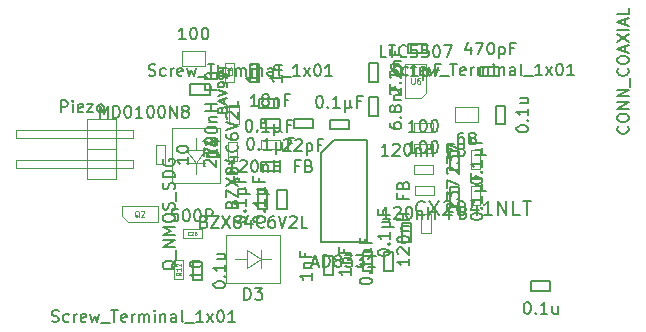
<source format=gbr>
G04 #@! TF.FileFunction,Other,Fab,Top*
%FSLAX46Y46*%
G04 Gerber Fmt 4.6, Leading zero omitted, Abs format (unit mm)*
G04 Created by KiCad (PCBNEW 4.0.6) date Monday, October 02, 2017 'PMt' 03:48:25 PM*
%MOMM*%
%LPD*%
G01*
G04 APERTURE LIST*
%ADD10C,0.100000*%
%ADD11C,0.120000*%
%ADD12C,0.150000*%
%ADD13C,0.075000*%
G04 APERTURE END LIST*
D10*
X155359000Y-99930000D02*
X155359000Y-100730000D01*
X153759000Y-99930000D02*
X155359000Y-99930000D01*
X153759000Y-100730000D02*
X153759000Y-99930000D01*
X155359000Y-100730000D02*
X153759000Y-100730000D01*
D11*
X147188000Y-99586000D02*
X147188000Y-99586000D01*
D12*
X146998000Y-99586000D02*
X147188000Y-99586000D01*
X145878000Y-100706000D02*
X146998000Y-99586000D01*
X149778000Y-108186000D02*
X149778000Y-99586000D01*
X147193000Y-99586000D02*
X149778000Y-99586000D01*
X145878000Y-108186000D02*
X145878000Y-100711000D01*
X145878000Y-108186000D02*
X149778000Y-108186000D01*
D10*
X136128000Y-92085000D02*
X136128000Y-93335000D01*
X134128000Y-92085000D02*
X136128000Y-92085000D01*
X134128000Y-93335000D02*
X134128000Y-92085000D01*
X136128000Y-93335000D02*
X134128000Y-93335000D01*
D12*
X140671500Y-94716500D02*
X139871500Y-94716500D01*
X140671500Y-93116500D02*
X140671500Y-94716500D01*
X139871500Y-93116500D02*
X140671500Y-93116500D01*
X139871500Y-94716500D02*
X139871500Y-93116500D01*
X134849500Y-95803500D02*
X134849500Y-94823500D01*
X134849500Y-94823500D02*
X136549500Y-94823500D01*
X136549500Y-94823500D02*
X136549500Y-95803500D01*
X136549500Y-95803500D02*
X134849500Y-95803500D01*
X142417000Y-101454000D02*
X142417000Y-102254000D01*
X140817000Y-101454000D02*
X142417000Y-101454000D01*
X140817000Y-102254000D02*
X140817000Y-101454000D01*
X142417000Y-102254000D02*
X140817000Y-102254000D01*
X157626000Y-102146000D02*
X156826000Y-102146000D01*
X157626000Y-100546000D02*
X157626000Y-102146000D01*
X156826000Y-100546000D02*
X157626000Y-100546000D01*
X156826000Y-102146000D02*
X156826000Y-100546000D01*
X140570000Y-103848000D02*
X141370000Y-103848000D01*
X140570000Y-105448000D02*
X140570000Y-103848000D01*
X141370000Y-105448000D02*
X140570000Y-105448000D01*
X141370000Y-103848000D02*
X141370000Y-105448000D01*
X142221000Y-103848000D02*
X143021000Y-103848000D01*
X142221000Y-105448000D02*
X142221000Y-103848000D01*
X143021000Y-105448000D02*
X142221000Y-105448000D01*
X143021000Y-103848000D02*
X143021000Y-105448000D01*
X157626000Y-105194000D02*
X156826000Y-105194000D01*
X157626000Y-103594000D02*
X157626000Y-105194000D01*
X156826000Y-103594000D02*
X157626000Y-103594000D01*
X156826000Y-105194000D02*
X156826000Y-103594000D01*
X152762000Y-106642000D02*
X153562000Y-106642000D01*
X152762000Y-108242000D02*
X152762000Y-106642000D01*
X153562000Y-108242000D02*
X152762000Y-108242000D01*
X153562000Y-106642000D02*
X153562000Y-108242000D01*
X151238000Y-109055000D02*
X152038000Y-109055000D01*
X151238000Y-110655000D02*
X151238000Y-109055000D01*
X152038000Y-110655000D02*
X151238000Y-110655000D01*
X152038000Y-109055000D02*
X152038000Y-110655000D01*
X146158000Y-109436000D02*
X146958000Y-109436000D01*
X146158000Y-111036000D02*
X146158000Y-109436000D01*
X146958000Y-111036000D02*
X146158000Y-111036000D01*
X146958000Y-109436000D02*
X146958000Y-111036000D01*
X149460000Y-109055000D02*
X150260000Y-109055000D01*
X149460000Y-110655000D02*
X149460000Y-109055000D01*
X150260000Y-110655000D02*
X149460000Y-110655000D01*
X150260000Y-109055000D02*
X150260000Y-110655000D01*
X150768000Y-97574000D02*
X149968000Y-97574000D01*
X150768000Y-95974000D02*
X150768000Y-97574000D01*
X149968000Y-95974000D02*
X150768000Y-95974000D01*
X149968000Y-97574000D02*
X149968000Y-95974000D01*
X150768000Y-94653000D02*
X149968000Y-94653000D01*
X150768000Y-93053000D02*
X150768000Y-94653000D01*
X149968000Y-93053000D02*
X150768000Y-93053000D01*
X149968000Y-94653000D02*
X149968000Y-93053000D01*
X161010500Y-93389500D02*
X161010500Y-94189500D01*
X159410500Y-93389500D02*
X161010500Y-93389500D01*
X159410500Y-94189500D02*
X159410500Y-93389500D01*
X161010500Y-94189500D02*
X159410500Y-94189500D01*
X153251000Y-92221000D02*
X153251000Y-91421000D01*
X154851000Y-92221000D02*
X153251000Y-92221000D01*
X154851000Y-91421000D02*
X154851000Y-92221000D01*
X153251000Y-91421000D02*
X154851000Y-91421000D01*
X142405000Y-97771000D02*
X142405000Y-98571000D01*
X140805000Y-97771000D02*
X142405000Y-97771000D01*
X140805000Y-98571000D02*
X140805000Y-97771000D01*
X142405000Y-98571000D02*
X140805000Y-98571000D01*
X140678000Y-96920000D02*
X140678000Y-96120000D01*
X142278000Y-96920000D02*
X140678000Y-96920000D01*
X142278000Y-96120000D02*
X142278000Y-96920000D01*
X140678000Y-96120000D02*
X142278000Y-96120000D01*
X148247000Y-97898000D02*
X148247000Y-98698000D01*
X146647000Y-97898000D02*
X148247000Y-97898000D01*
X146647000Y-98698000D02*
X146647000Y-97898000D01*
X148247000Y-98698000D02*
X146647000Y-98698000D01*
X143599000Y-98571000D02*
X143599000Y-97771000D01*
X145199000Y-98571000D02*
X143599000Y-98571000D01*
X145199000Y-97771000D02*
X145199000Y-98571000D01*
X143599000Y-97771000D02*
X145199000Y-97771000D01*
D10*
X138157000Y-96609000D02*
X138957000Y-96609000D01*
X138157000Y-98209000D02*
X138157000Y-96609000D01*
X138957000Y-98209000D02*
X138157000Y-98209000D01*
X138957000Y-96609000D02*
X138957000Y-98209000D01*
X140817000Y-100349000D02*
X140817000Y-99549000D01*
X142417000Y-100349000D02*
X140817000Y-100349000D01*
X142417000Y-99549000D02*
X142417000Y-100349000D01*
X140817000Y-99549000D02*
X142417000Y-99549000D01*
X153759000Y-98952000D02*
X153759000Y-98152000D01*
X155359000Y-98952000D02*
X153759000Y-98952000D01*
X155359000Y-98152000D02*
X155359000Y-98952000D01*
X153759000Y-98152000D02*
X155359000Y-98152000D01*
X153886000Y-104286000D02*
X153886000Y-103486000D01*
X155486000Y-104286000D02*
X153886000Y-104286000D01*
X155486000Y-103486000D02*
X155486000Y-104286000D01*
X153886000Y-103486000D02*
X155486000Y-103486000D01*
X154413000Y-105880000D02*
X155213000Y-105880000D01*
X154413000Y-107480000D02*
X154413000Y-105880000D01*
X155213000Y-107480000D02*
X154413000Y-107480000D01*
X155213000Y-105880000D02*
X155213000Y-107480000D01*
X158604000Y-100419000D02*
X159404000Y-100419000D01*
X158604000Y-102019000D02*
X158604000Y-100419000D01*
X159404000Y-102019000D02*
X158604000Y-102019000D01*
X159404000Y-100419000D02*
X159404000Y-102019000D01*
X155359000Y-101708000D02*
X155359000Y-102508000D01*
X153759000Y-101708000D02*
X155359000Y-101708000D01*
X153759000Y-102508000D02*
X153759000Y-101708000D01*
X155359000Y-102508000D02*
X153759000Y-102508000D01*
X158604000Y-103467000D02*
X159404000Y-103467000D01*
X158604000Y-105067000D02*
X158604000Y-103467000D01*
X159404000Y-105067000D02*
X158604000Y-105067000D01*
X159404000Y-103467000D02*
X159404000Y-105067000D01*
X157242000Y-98034000D02*
X157242000Y-96784000D01*
X159242000Y-98034000D02*
X157242000Y-98034000D01*
X159242000Y-96784000D02*
X159242000Y-98034000D01*
X157242000Y-96784000D02*
X159242000Y-96784000D01*
X138030000Y-99784000D02*
X138830000Y-99784000D01*
X138030000Y-101384000D02*
X138030000Y-99784000D01*
X138830000Y-101384000D02*
X138030000Y-101384000D01*
X138830000Y-99784000D02*
X138830000Y-101384000D01*
X154804000Y-95615000D02*
X154354000Y-96065000D01*
X153044000Y-96065000D02*
X154354000Y-96065000D01*
X154804000Y-95615000D02*
X154804000Y-93165000D01*
X153044000Y-93165000D02*
X154804000Y-93165000D01*
X153044000Y-96065000D02*
X153044000Y-93165000D01*
X138576000Y-94653000D02*
X137776000Y-94653000D01*
X138576000Y-93053000D02*
X138576000Y-94653000D01*
X137776000Y-93053000D02*
X138576000Y-93053000D01*
X137776000Y-94653000D02*
X137776000Y-93053000D01*
X135801000Y-107905500D02*
X134201000Y-107905500D01*
X134201000Y-107905500D02*
X134201000Y-107105500D01*
X134201000Y-107105500D02*
X135801000Y-107105500D01*
X135801000Y-107105500D02*
X135801000Y-107905500D01*
X137844500Y-107664500D02*
X142444500Y-107664500D01*
X142444500Y-107664500D02*
X142444500Y-111664500D01*
X137844500Y-111664500D02*
X137844500Y-107664500D01*
X137844500Y-111664500D02*
X142444500Y-111664500D01*
X140793940Y-109663480D02*
X141695640Y-109663480D01*
X139643320Y-109663480D02*
X138645100Y-109663480D01*
X140793940Y-110463580D02*
X140793940Y-108863380D01*
X139643320Y-108914180D02*
X139643320Y-110463580D01*
X140793940Y-109663480D02*
X139643320Y-108914180D01*
X140793940Y-109663480D02*
X139643320Y-110463580D01*
X137318500Y-98601500D02*
X137318500Y-103201500D01*
X137318500Y-103201500D02*
X133318500Y-103201500D01*
X133318500Y-98601500D02*
X137318500Y-98601500D01*
X133318500Y-98601500D02*
X133318500Y-103201500D01*
X135319520Y-101550940D02*
X135319520Y-102452640D01*
X135319520Y-100400320D02*
X135319520Y-99402100D01*
X134519420Y-101550940D02*
X136119620Y-101550940D01*
X136068820Y-100400320D02*
X134519420Y-100400320D01*
X135319520Y-101550940D02*
X136068820Y-100400320D01*
X135319520Y-101550940D02*
X134519420Y-100400320D01*
X129606000Y-106554500D02*
X132056000Y-106554500D01*
X129036000Y-106004500D02*
X129036000Y-105154500D01*
X129606000Y-106554500D02*
X129036000Y-106004500D01*
X129036000Y-105154500D02*
X132076000Y-105154500D01*
X132076000Y-106554500D02*
X132076000Y-105154500D01*
X134258000Y-111353500D02*
X133458000Y-111353500D01*
X134258000Y-109753500D02*
X134258000Y-111353500D01*
X133458000Y-109753500D02*
X134258000Y-109753500D01*
X133458000Y-111353500D02*
X133458000Y-109753500D01*
D12*
X163728500Y-112350500D02*
X163728500Y-111550500D01*
X165328500Y-112350500D02*
X163728500Y-112350500D01*
X165328500Y-111550500D02*
X165328500Y-112350500D01*
X163728500Y-111550500D02*
X165328500Y-111550500D01*
X161499500Y-98272500D02*
X160699500Y-98272500D01*
X161499500Y-96672500D02*
X161499500Y-98272500D01*
X160699500Y-96672500D02*
X161499500Y-96672500D01*
X160699500Y-98272500D02*
X160699500Y-96672500D01*
X135845500Y-111480500D02*
X135045500Y-111480500D01*
X135845500Y-109880500D02*
X135845500Y-111480500D01*
X135045500Y-109880500D02*
X135845500Y-109880500D01*
X135045500Y-111480500D02*
X135045500Y-109880500D01*
D10*
X128584500Y-102870000D02*
X128584500Y-100330000D01*
X128584500Y-100330000D02*
X126084500Y-100330000D01*
X126084500Y-100330000D02*
X126084500Y-102870000D01*
X126084500Y-102870000D02*
X128584500Y-102870000D01*
X129984500Y-101920000D02*
X129984500Y-101280000D01*
X129984500Y-101280000D02*
X120084500Y-101280000D01*
X120084500Y-101280000D02*
X120084500Y-101920000D01*
X120084500Y-101920000D02*
X129984500Y-101920000D01*
X128584500Y-100330000D02*
X128584500Y-97790000D01*
X128584500Y-97790000D02*
X126084500Y-97790000D01*
X126084500Y-97790000D02*
X126084500Y-100330000D01*
X126084500Y-100330000D02*
X128584500Y-100330000D01*
X129984500Y-99380000D02*
X129984500Y-98740000D01*
X129984500Y-98740000D02*
X120084500Y-98740000D01*
X120084500Y-98740000D02*
X120084500Y-99380000D01*
X120084500Y-99380000D02*
X129984500Y-99380000D01*
X132734000Y-101638000D02*
X131934000Y-101638000D01*
X132734000Y-100038000D02*
X132734000Y-101638000D01*
X131934000Y-100038000D02*
X132734000Y-100038000D01*
X131934000Y-101638000D02*
X131934000Y-100038000D01*
D12*
X153892334Y-98882381D02*
X153320905Y-98882381D01*
X153606619Y-98882381D02*
X153606619Y-97882381D01*
X153511381Y-98025238D01*
X153416143Y-98120476D01*
X153320905Y-98168095D01*
X154511381Y-97882381D02*
X154606620Y-97882381D01*
X154701858Y-97930000D01*
X154749477Y-97977619D01*
X154797096Y-98072857D01*
X154844715Y-98263333D01*
X154844715Y-98501429D01*
X154797096Y-98691905D01*
X154749477Y-98787143D01*
X154701858Y-98834762D01*
X154606620Y-98882381D01*
X154511381Y-98882381D01*
X154416143Y-98834762D01*
X154368524Y-98787143D01*
X154320905Y-98691905D01*
X154273286Y-98501429D01*
X154273286Y-98263333D01*
X154320905Y-98072857D01*
X154368524Y-97977619D01*
X154416143Y-97930000D01*
X154511381Y-97882381D01*
X155463762Y-97882381D02*
X155559001Y-97882381D01*
X155654239Y-97930000D01*
X155701858Y-97977619D01*
X155749477Y-98072857D01*
X155797096Y-98263333D01*
X155797096Y-98501429D01*
X155749477Y-98691905D01*
X155701858Y-98787143D01*
X155654239Y-98834762D01*
X155559001Y-98882381D01*
X155463762Y-98882381D01*
X155368524Y-98834762D01*
X155320905Y-98787143D01*
X155273286Y-98691905D01*
X155225667Y-98501429D01*
X155225667Y-98263333D01*
X155273286Y-98072857D01*
X155320905Y-97977619D01*
X155368524Y-97930000D01*
X155463762Y-97882381D01*
X145185143Y-110052667D02*
X145661334Y-110052667D01*
X145089905Y-110338381D02*
X145423238Y-109338381D01*
X145756572Y-110338381D01*
X146089905Y-110338381D02*
X146089905Y-109338381D01*
X146328000Y-109338381D01*
X146470858Y-109386000D01*
X146566096Y-109481238D01*
X146613715Y-109576476D01*
X146661334Y-109766952D01*
X146661334Y-109909810D01*
X146613715Y-110100286D01*
X146566096Y-110195524D01*
X146470858Y-110290762D01*
X146328000Y-110338381D01*
X146089905Y-110338381D01*
X147232762Y-109766952D02*
X147137524Y-109719333D01*
X147089905Y-109671714D01*
X147042286Y-109576476D01*
X147042286Y-109528857D01*
X147089905Y-109433619D01*
X147137524Y-109386000D01*
X147232762Y-109338381D01*
X147423239Y-109338381D01*
X147518477Y-109386000D01*
X147566096Y-109433619D01*
X147613715Y-109528857D01*
X147613715Y-109576476D01*
X147566096Y-109671714D01*
X147518477Y-109719333D01*
X147423239Y-109766952D01*
X147232762Y-109766952D01*
X147137524Y-109814571D01*
X147089905Y-109862190D01*
X147042286Y-109957429D01*
X147042286Y-110147905D01*
X147089905Y-110243143D01*
X147137524Y-110290762D01*
X147232762Y-110338381D01*
X147423239Y-110338381D01*
X147518477Y-110290762D01*
X147566096Y-110243143D01*
X147613715Y-110147905D01*
X147613715Y-109957429D01*
X147566096Y-109862190D01*
X147518477Y-109814571D01*
X147423239Y-109766952D01*
X147947048Y-109338381D02*
X148566096Y-109338381D01*
X148232762Y-109719333D01*
X148375620Y-109719333D01*
X148470858Y-109766952D01*
X148518477Y-109814571D01*
X148566096Y-109909810D01*
X148566096Y-110147905D01*
X148518477Y-110243143D01*
X148470858Y-110290762D01*
X148375620Y-110338381D01*
X148089905Y-110338381D01*
X147994667Y-110290762D01*
X147947048Y-110243143D01*
X148899429Y-109338381D02*
X149518477Y-109338381D01*
X149185143Y-109719333D01*
X149328001Y-109719333D01*
X149423239Y-109766952D01*
X149470858Y-109814571D01*
X149518477Y-109909810D01*
X149518477Y-110147905D01*
X149470858Y-110243143D01*
X149423239Y-110290762D01*
X149328001Y-110338381D01*
X149042286Y-110338381D01*
X148947048Y-110290762D01*
X148899429Y-110243143D01*
X150470858Y-110338381D02*
X149899429Y-110338381D01*
X150185143Y-110338381D02*
X150185143Y-109338381D01*
X150089905Y-109481238D01*
X149994667Y-109576476D01*
X149899429Y-109624095D01*
X134461334Y-91062381D02*
X133889905Y-91062381D01*
X134175619Y-91062381D02*
X134175619Y-90062381D01*
X134080381Y-90205238D01*
X133985143Y-90300476D01*
X133889905Y-90348095D01*
X135080381Y-90062381D02*
X135175620Y-90062381D01*
X135270858Y-90110000D01*
X135318477Y-90157619D01*
X135366096Y-90252857D01*
X135413715Y-90443333D01*
X135413715Y-90681429D01*
X135366096Y-90871905D01*
X135318477Y-90967143D01*
X135270858Y-91014762D01*
X135175620Y-91062381D01*
X135080381Y-91062381D01*
X134985143Y-91014762D01*
X134937524Y-90967143D01*
X134889905Y-90871905D01*
X134842286Y-90681429D01*
X134842286Y-90443333D01*
X134889905Y-90252857D01*
X134937524Y-90157619D01*
X134985143Y-90110000D01*
X135080381Y-90062381D01*
X136032762Y-90062381D02*
X136128001Y-90062381D01*
X136223239Y-90110000D01*
X136270858Y-90157619D01*
X136318477Y-90252857D01*
X136366096Y-90443333D01*
X136366096Y-90681429D01*
X136318477Y-90871905D01*
X136270858Y-90967143D01*
X136223239Y-91014762D01*
X136128001Y-91062381D01*
X136032762Y-91062381D01*
X135937524Y-91014762D01*
X135889905Y-90967143D01*
X135842286Y-90871905D01*
X135794667Y-90681429D01*
X135794667Y-90443333D01*
X135842286Y-90252857D01*
X135889905Y-90157619D01*
X135937524Y-90110000D01*
X136032762Y-90062381D01*
X142623881Y-94083166D02*
X142623881Y-94654595D01*
X142623881Y-94368881D02*
X141623881Y-94368881D01*
X141766738Y-94464119D01*
X141861976Y-94559357D01*
X141909595Y-94654595D01*
X141957214Y-93654595D02*
X142623881Y-93654595D01*
X142052452Y-93654595D02*
X142004833Y-93606976D01*
X141957214Y-93511738D01*
X141957214Y-93368880D01*
X142004833Y-93273642D01*
X142100071Y-93226023D01*
X142623881Y-93226023D01*
X127176045Y-97701361D02*
X127176045Y-96701361D01*
X127509379Y-97415647D01*
X127842712Y-96701361D01*
X127842712Y-97701361D01*
X128318902Y-97701361D02*
X128318902Y-96701361D01*
X128556997Y-96701361D01*
X128699855Y-96748980D01*
X128795093Y-96844218D01*
X128842712Y-96939456D01*
X128890331Y-97129932D01*
X128890331Y-97272790D01*
X128842712Y-97463266D01*
X128795093Y-97558504D01*
X128699855Y-97653742D01*
X128556997Y-97701361D01*
X128318902Y-97701361D01*
X129509378Y-96701361D02*
X129604617Y-96701361D01*
X129699855Y-96748980D01*
X129747474Y-96796599D01*
X129795093Y-96891837D01*
X129842712Y-97082313D01*
X129842712Y-97320409D01*
X129795093Y-97510885D01*
X129747474Y-97606123D01*
X129699855Y-97653742D01*
X129604617Y-97701361D01*
X129509378Y-97701361D01*
X129414140Y-97653742D01*
X129366521Y-97606123D01*
X129318902Y-97510885D01*
X129271283Y-97320409D01*
X129271283Y-97082313D01*
X129318902Y-96891837D01*
X129366521Y-96796599D01*
X129414140Y-96748980D01*
X129509378Y-96701361D01*
X130795093Y-97701361D02*
X130223664Y-97701361D01*
X130509378Y-97701361D02*
X130509378Y-96701361D01*
X130414140Y-96844218D01*
X130318902Y-96939456D01*
X130223664Y-96987075D01*
X131414140Y-96701361D02*
X131509379Y-96701361D01*
X131604617Y-96748980D01*
X131652236Y-96796599D01*
X131699855Y-96891837D01*
X131747474Y-97082313D01*
X131747474Y-97320409D01*
X131699855Y-97510885D01*
X131652236Y-97606123D01*
X131604617Y-97653742D01*
X131509379Y-97701361D01*
X131414140Y-97701361D01*
X131318902Y-97653742D01*
X131271283Y-97606123D01*
X131223664Y-97510885D01*
X131176045Y-97320409D01*
X131176045Y-97082313D01*
X131223664Y-96891837D01*
X131271283Y-96796599D01*
X131318902Y-96748980D01*
X131414140Y-96701361D01*
X132366521Y-96701361D02*
X132461760Y-96701361D01*
X132556998Y-96748980D01*
X132604617Y-96796599D01*
X132652236Y-96891837D01*
X132699855Y-97082313D01*
X132699855Y-97320409D01*
X132652236Y-97510885D01*
X132604617Y-97606123D01*
X132556998Y-97653742D01*
X132461760Y-97701361D01*
X132366521Y-97701361D01*
X132271283Y-97653742D01*
X132223664Y-97606123D01*
X132176045Y-97510885D01*
X132128426Y-97320409D01*
X132128426Y-97082313D01*
X132176045Y-96891837D01*
X132223664Y-96796599D01*
X132271283Y-96748980D01*
X132366521Y-96701361D01*
X133128426Y-97701361D02*
X133128426Y-96701361D01*
X133699855Y-97701361D01*
X133699855Y-96701361D01*
X134318902Y-97129932D02*
X134223664Y-97082313D01*
X134176045Y-97034694D01*
X134128426Y-96939456D01*
X134128426Y-96891837D01*
X134176045Y-96796599D01*
X134223664Y-96748980D01*
X134318902Y-96701361D01*
X134509379Y-96701361D01*
X134604617Y-96748980D01*
X134652236Y-96796599D01*
X134699855Y-96891837D01*
X134699855Y-96939456D01*
X134652236Y-97034694D01*
X134604617Y-97082313D01*
X134509379Y-97129932D01*
X134318902Y-97129932D01*
X134223664Y-97177551D01*
X134176045Y-97225170D01*
X134128426Y-97320409D01*
X134128426Y-97510885D01*
X134176045Y-97606123D01*
X134223664Y-97653742D01*
X134318902Y-97701361D01*
X134509379Y-97701361D01*
X134604617Y-97653742D01*
X134652236Y-97606123D01*
X134699855Y-97510885D01*
X134699855Y-97320409D01*
X134652236Y-97225170D01*
X134604617Y-97177551D01*
X134509379Y-97129932D01*
X137547357Y-97008738D02*
X137585452Y-96894452D01*
X137623548Y-96856357D01*
X137699738Y-96818262D01*
X137814024Y-96818262D01*
X137890214Y-96856357D01*
X137928310Y-96894452D01*
X137966405Y-96970643D01*
X137966405Y-97275405D01*
X137166405Y-97275405D01*
X137166405Y-97008738D01*
X137204500Y-96932548D01*
X137242595Y-96894452D01*
X137318786Y-96856357D01*
X137394976Y-96856357D01*
X137471167Y-96894452D01*
X137509262Y-96932548D01*
X137547357Y-97008738D01*
X137547357Y-97275405D01*
X137737833Y-96513500D02*
X137737833Y-96132548D01*
X137966405Y-96589691D02*
X137166405Y-96323024D01*
X137966405Y-96056357D01*
X137166405Y-95903977D02*
X137966405Y-95637310D01*
X137166405Y-95370643D01*
X137966405Y-95065882D02*
X137966405Y-94913501D01*
X137928310Y-94837310D01*
X137890214Y-94799215D01*
X137775929Y-94723024D01*
X137623548Y-94684929D01*
X137318786Y-94684929D01*
X137242595Y-94723024D01*
X137204500Y-94761120D01*
X137166405Y-94837310D01*
X137166405Y-94989691D01*
X137204500Y-95065882D01*
X137242595Y-95103977D01*
X137318786Y-95142072D01*
X137509262Y-95142072D01*
X137585452Y-95103977D01*
X137623548Y-95065882D01*
X137661643Y-94989691D01*
X137661643Y-94837310D01*
X137623548Y-94761120D01*
X137585452Y-94723024D01*
X137509262Y-94684929D01*
X137966405Y-94303977D02*
X137966405Y-94151596D01*
X137928310Y-94075405D01*
X137890214Y-94037310D01*
X137775929Y-93961119D01*
X137623548Y-93923024D01*
X137318786Y-93923024D01*
X137242595Y-93961119D01*
X137204500Y-93999215D01*
X137166405Y-94075405D01*
X137166405Y-94227786D01*
X137204500Y-94303977D01*
X137242595Y-94342072D01*
X137318786Y-94380167D01*
X137509262Y-94380167D01*
X137585452Y-94342072D01*
X137623548Y-94303977D01*
X137661643Y-94227786D01*
X137661643Y-94075405D01*
X137623548Y-93999215D01*
X137585452Y-93961119D01*
X137509262Y-93923024D01*
X137166405Y-93694453D02*
X137166405Y-93237310D01*
X137966405Y-93465881D02*
X137166405Y-93465881D01*
X139902714Y-99406381D02*
X139997953Y-99406381D01*
X140093191Y-99454000D01*
X140140810Y-99501619D01*
X140188429Y-99596857D01*
X140236048Y-99787333D01*
X140236048Y-100025429D01*
X140188429Y-100215905D01*
X140140810Y-100311143D01*
X140093191Y-100358762D01*
X139997953Y-100406381D01*
X139902714Y-100406381D01*
X139807476Y-100358762D01*
X139759857Y-100311143D01*
X139712238Y-100215905D01*
X139664619Y-100025429D01*
X139664619Y-99787333D01*
X139712238Y-99596857D01*
X139759857Y-99501619D01*
X139807476Y-99454000D01*
X139902714Y-99406381D01*
X140664619Y-100311143D02*
X140712238Y-100358762D01*
X140664619Y-100406381D01*
X140617000Y-100358762D01*
X140664619Y-100311143D01*
X140664619Y-100406381D01*
X141664619Y-100406381D02*
X141093190Y-100406381D01*
X141378904Y-100406381D02*
X141378904Y-99406381D01*
X141283666Y-99549238D01*
X141188428Y-99644476D01*
X141093190Y-99692095D01*
X142093190Y-99739714D02*
X142093190Y-100739714D01*
X142569381Y-100263524D02*
X142617000Y-100358762D01*
X142712238Y-100406381D01*
X142093190Y-100263524D02*
X142140809Y-100358762D01*
X142236047Y-100406381D01*
X142426524Y-100406381D01*
X142521762Y-100358762D01*
X142569381Y-100263524D01*
X142569381Y-99739714D01*
X143474143Y-99882571D02*
X143140809Y-99882571D01*
X143140809Y-100406381D02*
X143140809Y-99406381D01*
X143617000Y-99406381D01*
X158578381Y-103060286D02*
X158578381Y-102965047D01*
X158626000Y-102869809D01*
X158673619Y-102822190D01*
X158768857Y-102774571D01*
X158959333Y-102726952D01*
X159197429Y-102726952D01*
X159387905Y-102774571D01*
X159483143Y-102822190D01*
X159530762Y-102869809D01*
X159578381Y-102965047D01*
X159578381Y-103060286D01*
X159530762Y-103155524D01*
X159483143Y-103203143D01*
X159387905Y-103250762D01*
X159197429Y-103298381D01*
X158959333Y-103298381D01*
X158768857Y-103250762D01*
X158673619Y-103203143D01*
X158626000Y-103155524D01*
X158578381Y-103060286D01*
X159483143Y-102298381D02*
X159530762Y-102250762D01*
X159578381Y-102298381D01*
X159530762Y-102346000D01*
X159483143Y-102298381D01*
X159578381Y-102298381D01*
X159578381Y-101298381D02*
X159578381Y-101869810D01*
X159578381Y-101584096D02*
X158578381Y-101584096D01*
X158721238Y-101679334D01*
X158816476Y-101774572D01*
X158864095Y-101869810D01*
X158911714Y-100869810D02*
X159911714Y-100869810D01*
X159435524Y-100393619D02*
X159530762Y-100346000D01*
X159578381Y-100250762D01*
X159435524Y-100869810D02*
X159530762Y-100822191D01*
X159578381Y-100726953D01*
X159578381Y-100536476D01*
X159530762Y-100441238D01*
X159435524Y-100393619D01*
X158911714Y-100393619D01*
X159054571Y-99488857D02*
X159054571Y-99822191D01*
X159578381Y-99822191D02*
X158578381Y-99822191D01*
X158578381Y-99346000D01*
X138522381Y-106362286D02*
X138522381Y-106267047D01*
X138570000Y-106171809D01*
X138617619Y-106124190D01*
X138712857Y-106076571D01*
X138903333Y-106028952D01*
X139141429Y-106028952D01*
X139331905Y-106076571D01*
X139427143Y-106124190D01*
X139474762Y-106171809D01*
X139522381Y-106267047D01*
X139522381Y-106362286D01*
X139474762Y-106457524D01*
X139427143Y-106505143D01*
X139331905Y-106552762D01*
X139141429Y-106600381D01*
X138903333Y-106600381D01*
X138712857Y-106552762D01*
X138617619Y-106505143D01*
X138570000Y-106457524D01*
X138522381Y-106362286D01*
X139427143Y-105600381D02*
X139474762Y-105552762D01*
X139522381Y-105600381D01*
X139474762Y-105648000D01*
X139427143Y-105600381D01*
X139522381Y-105600381D01*
X139522381Y-104600381D02*
X139522381Y-105171810D01*
X139522381Y-104886096D02*
X138522381Y-104886096D01*
X138665238Y-104981334D01*
X138760476Y-105076572D01*
X138808095Y-105171810D01*
X138855714Y-104171810D02*
X139855714Y-104171810D01*
X139379524Y-103695619D02*
X139474762Y-103648000D01*
X139522381Y-103552762D01*
X139379524Y-104171810D02*
X139474762Y-104124191D01*
X139522381Y-104028953D01*
X139522381Y-103838476D01*
X139474762Y-103743238D01*
X139379524Y-103695619D01*
X138855714Y-103695619D01*
X138998571Y-102790857D02*
X138998571Y-103124191D01*
X139522381Y-103124191D02*
X138522381Y-103124191D01*
X138522381Y-102648000D01*
X140173381Y-106362286D02*
X140173381Y-106267047D01*
X140221000Y-106171809D01*
X140268619Y-106124190D01*
X140363857Y-106076571D01*
X140554333Y-106028952D01*
X140792429Y-106028952D01*
X140982905Y-106076571D01*
X141078143Y-106124190D01*
X141125762Y-106171809D01*
X141173381Y-106267047D01*
X141173381Y-106362286D01*
X141125762Y-106457524D01*
X141078143Y-106505143D01*
X140982905Y-106552762D01*
X140792429Y-106600381D01*
X140554333Y-106600381D01*
X140363857Y-106552762D01*
X140268619Y-106505143D01*
X140221000Y-106457524D01*
X140173381Y-106362286D01*
X141078143Y-105600381D02*
X141125762Y-105552762D01*
X141173381Y-105600381D01*
X141125762Y-105648000D01*
X141078143Y-105600381D01*
X141173381Y-105600381D01*
X141173381Y-104600381D02*
X141173381Y-105171810D01*
X141173381Y-104886096D02*
X140173381Y-104886096D01*
X140316238Y-104981334D01*
X140411476Y-105076572D01*
X140459095Y-105171810D01*
X140506714Y-104171810D02*
X141506714Y-104171810D01*
X141030524Y-103695619D02*
X141125762Y-103648000D01*
X141173381Y-103552762D01*
X141030524Y-104171810D02*
X141125762Y-104124191D01*
X141173381Y-104028953D01*
X141173381Y-103838476D01*
X141125762Y-103743238D01*
X141030524Y-103695619D01*
X140506714Y-103695619D01*
X140649571Y-102790857D02*
X140649571Y-103124191D01*
X141173381Y-103124191D02*
X140173381Y-103124191D01*
X140173381Y-102648000D01*
X158578381Y-106108286D02*
X158578381Y-106013047D01*
X158626000Y-105917809D01*
X158673619Y-105870190D01*
X158768857Y-105822571D01*
X158959333Y-105774952D01*
X159197429Y-105774952D01*
X159387905Y-105822571D01*
X159483143Y-105870190D01*
X159530762Y-105917809D01*
X159578381Y-106013047D01*
X159578381Y-106108286D01*
X159530762Y-106203524D01*
X159483143Y-106251143D01*
X159387905Y-106298762D01*
X159197429Y-106346381D01*
X158959333Y-106346381D01*
X158768857Y-106298762D01*
X158673619Y-106251143D01*
X158626000Y-106203524D01*
X158578381Y-106108286D01*
X159483143Y-105346381D02*
X159530762Y-105298762D01*
X159578381Y-105346381D01*
X159530762Y-105394000D01*
X159483143Y-105346381D01*
X159578381Y-105346381D01*
X159578381Y-104346381D02*
X159578381Y-104917810D01*
X159578381Y-104632096D02*
X158578381Y-104632096D01*
X158721238Y-104727334D01*
X158816476Y-104822572D01*
X158864095Y-104917810D01*
X158911714Y-103917810D02*
X159911714Y-103917810D01*
X159435524Y-103441619D02*
X159530762Y-103394000D01*
X159578381Y-103298762D01*
X159435524Y-103917810D02*
X159530762Y-103870191D01*
X159578381Y-103774953D01*
X159578381Y-103584476D01*
X159530762Y-103489238D01*
X159435524Y-103441619D01*
X158911714Y-103441619D01*
X159054571Y-102536857D02*
X159054571Y-102870191D01*
X159578381Y-102870191D02*
X158578381Y-102870191D01*
X158578381Y-102394000D01*
X150714381Y-109156286D02*
X150714381Y-109061047D01*
X150762000Y-108965809D01*
X150809619Y-108918190D01*
X150904857Y-108870571D01*
X151095333Y-108822952D01*
X151333429Y-108822952D01*
X151523905Y-108870571D01*
X151619143Y-108918190D01*
X151666762Y-108965809D01*
X151714381Y-109061047D01*
X151714381Y-109156286D01*
X151666762Y-109251524D01*
X151619143Y-109299143D01*
X151523905Y-109346762D01*
X151333429Y-109394381D01*
X151095333Y-109394381D01*
X150904857Y-109346762D01*
X150809619Y-109299143D01*
X150762000Y-109251524D01*
X150714381Y-109156286D01*
X151619143Y-108394381D02*
X151666762Y-108346762D01*
X151714381Y-108394381D01*
X151666762Y-108442000D01*
X151619143Y-108394381D01*
X151714381Y-108394381D01*
X151714381Y-107394381D02*
X151714381Y-107965810D01*
X151714381Y-107680096D02*
X150714381Y-107680096D01*
X150857238Y-107775334D01*
X150952476Y-107870572D01*
X151000095Y-107965810D01*
X151047714Y-106965810D02*
X152047714Y-106965810D01*
X151571524Y-106489619D02*
X151666762Y-106442000D01*
X151714381Y-106346762D01*
X151571524Y-106965810D02*
X151666762Y-106918191D01*
X151714381Y-106822953D01*
X151714381Y-106632476D01*
X151666762Y-106537238D01*
X151571524Y-106489619D01*
X151047714Y-106489619D01*
X151190571Y-105584857D02*
X151190571Y-105918191D01*
X151714381Y-105918191D02*
X150714381Y-105918191D01*
X150714381Y-105442000D01*
X149190381Y-111569286D02*
X149190381Y-111474047D01*
X149238000Y-111378809D01*
X149285619Y-111331190D01*
X149380857Y-111283571D01*
X149571333Y-111235952D01*
X149809429Y-111235952D01*
X149999905Y-111283571D01*
X150095143Y-111331190D01*
X150142762Y-111378809D01*
X150190381Y-111474047D01*
X150190381Y-111569286D01*
X150142762Y-111664524D01*
X150095143Y-111712143D01*
X149999905Y-111759762D01*
X149809429Y-111807381D01*
X149571333Y-111807381D01*
X149380857Y-111759762D01*
X149285619Y-111712143D01*
X149238000Y-111664524D01*
X149190381Y-111569286D01*
X150095143Y-110807381D02*
X150142762Y-110759762D01*
X150190381Y-110807381D01*
X150142762Y-110855000D01*
X150095143Y-110807381D01*
X150190381Y-110807381D01*
X150190381Y-109807381D02*
X150190381Y-110378810D01*
X150190381Y-110093096D02*
X149190381Y-110093096D01*
X149333238Y-110188334D01*
X149428476Y-110283572D01*
X149476095Y-110378810D01*
X149523714Y-109378810D02*
X150523714Y-109378810D01*
X150047524Y-108902619D02*
X150142762Y-108855000D01*
X150190381Y-108759762D01*
X150047524Y-109378810D02*
X150142762Y-109331191D01*
X150190381Y-109235953D01*
X150190381Y-109045476D01*
X150142762Y-108950238D01*
X150047524Y-108902619D01*
X149523714Y-108902619D01*
X149666571Y-107997857D02*
X149666571Y-108331191D01*
X150190381Y-108331191D02*
X149190381Y-108331191D01*
X149190381Y-107855000D01*
X145110381Y-110831238D02*
X145110381Y-111402667D01*
X145110381Y-111116953D02*
X144110381Y-111116953D01*
X144253238Y-111212191D01*
X144348476Y-111307429D01*
X144396095Y-111402667D01*
X144443714Y-110402667D02*
X145110381Y-110402667D01*
X144538952Y-110402667D02*
X144491333Y-110355048D01*
X144443714Y-110259810D01*
X144443714Y-110116952D01*
X144491333Y-110021714D01*
X144586571Y-109974095D01*
X145110381Y-109974095D01*
X144586571Y-109164571D02*
X144586571Y-109497905D01*
X145110381Y-109497905D02*
X144110381Y-109497905D01*
X144110381Y-109021714D01*
X148412381Y-110450238D02*
X148412381Y-111021667D01*
X148412381Y-110735953D02*
X147412381Y-110735953D01*
X147555238Y-110831191D01*
X147650476Y-110926429D01*
X147698095Y-111021667D01*
X147745714Y-110021667D02*
X148412381Y-110021667D01*
X147840952Y-110021667D02*
X147793333Y-109974048D01*
X147745714Y-109878810D01*
X147745714Y-109735952D01*
X147793333Y-109640714D01*
X147888571Y-109593095D01*
X148412381Y-109593095D01*
X147888571Y-108783571D02*
X147888571Y-109116905D01*
X148412381Y-109116905D02*
X147412381Y-109116905D01*
X147412381Y-108640714D01*
X151720381Y-98178761D02*
X151720381Y-98369238D01*
X151768000Y-98464476D01*
X151815619Y-98512095D01*
X151958476Y-98607333D01*
X152148952Y-98654952D01*
X152529905Y-98654952D01*
X152625143Y-98607333D01*
X152672762Y-98559714D01*
X152720381Y-98464476D01*
X152720381Y-98273999D01*
X152672762Y-98178761D01*
X152625143Y-98131142D01*
X152529905Y-98083523D01*
X152291810Y-98083523D01*
X152196571Y-98131142D01*
X152148952Y-98178761D01*
X152101333Y-98273999D01*
X152101333Y-98464476D01*
X152148952Y-98559714D01*
X152196571Y-98607333D01*
X152291810Y-98654952D01*
X152625143Y-97654952D02*
X152672762Y-97607333D01*
X152720381Y-97654952D01*
X152672762Y-97702571D01*
X152625143Y-97654952D01*
X152720381Y-97654952D01*
X152148952Y-97035905D02*
X152101333Y-97131143D01*
X152053714Y-97178762D01*
X151958476Y-97226381D01*
X151910857Y-97226381D01*
X151815619Y-97178762D01*
X151768000Y-97131143D01*
X151720381Y-97035905D01*
X151720381Y-96845428D01*
X151768000Y-96750190D01*
X151815619Y-96702571D01*
X151910857Y-96654952D01*
X151958476Y-96654952D01*
X152053714Y-96702571D01*
X152101333Y-96750190D01*
X152148952Y-96845428D01*
X152148952Y-97035905D01*
X152196571Y-97131143D01*
X152244190Y-97178762D01*
X152339429Y-97226381D01*
X152529905Y-97226381D01*
X152625143Y-97178762D01*
X152672762Y-97131143D01*
X152720381Y-97035905D01*
X152720381Y-96845428D01*
X152672762Y-96750190D01*
X152625143Y-96702571D01*
X152529905Y-96654952D01*
X152339429Y-96654952D01*
X152244190Y-96702571D01*
X152196571Y-96750190D01*
X152148952Y-96845428D01*
X152053714Y-96226381D02*
X152720381Y-96226381D01*
X152148952Y-96226381D02*
X152101333Y-96178762D01*
X152053714Y-96083524D01*
X152053714Y-95940666D01*
X152101333Y-95845428D01*
X152196571Y-95797809D01*
X152720381Y-95797809D01*
X152196571Y-94988285D02*
X152196571Y-95321619D01*
X152720381Y-95321619D02*
X151720381Y-95321619D01*
X151720381Y-94845428D01*
X151815619Y-95733952D02*
X151768000Y-95686333D01*
X151720381Y-95591095D01*
X151720381Y-95352999D01*
X151768000Y-95257761D01*
X151815619Y-95210142D01*
X151910857Y-95162523D01*
X152006095Y-95162523D01*
X152148952Y-95210142D01*
X152720381Y-95781571D01*
X152720381Y-95162523D01*
X152625143Y-94733952D02*
X152672762Y-94686333D01*
X152720381Y-94733952D01*
X152672762Y-94781571D01*
X152625143Y-94733952D01*
X152720381Y-94733952D01*
X151815619Y-94305381D02*
X151768000Y-94257762D01*
X151720381Y-94162524D01*
X151720381Y-93924428D01*
X151768000Y-93829190D01*
X151815619Y-93781571D01*
X151910857Y-93733952D01*
X152006095Y-93733952D01*
X152148952Y-93781571D01*
X152720381Y-94353000D01*
X152720381Y-93733952D01*
X152053714Y-93305381D02*
X152720381Y-93305381D01*
X152148952Y-93305381D02*
X152101333Y-93257762D01*
X152053714Y-93162524D01*
X152053714Y-93019666D01*
X152101333Y-92924428D01*
X152196571Y-92876809D01*
X152720381Y-92876809D01*
X152196571Y-92067285D02*
X152196571Y-92400619D01*
X152720381Y-92400619D02*
X151720381Y-92400619D01*
X151720381Y-91924428D01*
X158567643Y-91675214D02*
X158567643Y-92341881D01*
X158329547Y-91294262D02*
X158091452Y-92008548D01*
X158710500Y-92008548D01*
X158996214Y-91341881D02*
X159662881Y-91341881D01*
X159234309Y-92341881D01*
X160234309Y-91341881D02*
X160329548Y-91341881D01*
X160424786Y-91389500D01*
X160472405Y-91437119D01*
X160520024Y-91532357D01*
X160567643Y-91722833D01*
X160567643Y-91960929D01*
X160520024Y-92151405D01*
X160472405Y-92246643D01*
X160424786Y-92294262D01*
X160329548Y-92341881D01*
X160234309Y-92341881D01*
X160139071Y-92294262D01*
X160091452Y-92246643D01*
X160043833Y-92151405D01*
X159996214Y-91960929D01*
X159996214Y-91722833D01*
X160043833Y-91532357D01*
X160091452Y-91437119D01*
X160139071Y-91389500D01*
X160234309Y-91341881D01*
X160996214Y-91675214D02*
X160996214Y-92675214D01*
X160996214Y-91722833D02*
X161091452Y-91675214D01*
X161281929Y-91675214D01*
X161377167Y-91722833D01*
X161424786Y-91770452D01*
X161472405Y-91865690D01*
X161472405Y-92151405D01*
X161424786Y-92246643D01*
X161377167Y-92294262D01*
X161281929Y-92341881D01*
X161091452Y-92341881D01*
X160996214Y-92294262D01*
X162234310Y-91818071D02*
X161900976Y-91818071D01*
X161900976Y-92341881D02*
X161900976Y-91341881D01*
X162377167Y-91341881D01*
X152336714Y-93173381D02*
X152431953Y-93173381D01*
X152527191Y-93221000D01*
X152574810Y-93268619D01*
X152622429Y-93363857D01*
X152670048Y-93554333D01*
X152670048Y-93792429D01*
X152622429Y-93982905D01*
X152574810Y-94078143D01*
X152527191Y-94125762D01*
X152431953Y-94173381D01*
X152336714Y-94173381D01*
X152241476Y-94125762D01*
X152193857Y-94078143D01*
X152146238Y-93982905D01*
X152098619Y-93792429D01*
X152098619Y-93554333D01*
X152146238Y-93363857D01*
X152193857Y-93268619D01*
X152241476Y-93221000D01*
X152336714Y-93173381D01*
X153098619Y-94078143D02*
X153146238Y-94125762D01*
X153098619Y-94173381D01*
X153051000Y-94125762D01*
X153098619Y-94078143D01*
X153098619Y-94173381D01*
X154098619Y-94173381D02*
X153527190Y-94173381D01*
X153812904Y-94173381D02*
X153812904Y-93173381D01*
X153717666Y-93316238D01*
X153622428Y-93411476D01*
X153527190Y-93459095D01*
X154527190Y-93506714D02*
X154527190Y-94506714D01*
X155003381Y-94030524D02*
X155051000Y-94125762D01*
X155146238Y-94173381D01*
X154527190Y-94030524D02*
X154574809Y-94125762D01*
X154670047Y-94173381D01*
X154860524Y-94173381D01*
X154955762Y-94125762D01*
X155003381Y-94030524D01*
X155003381Y-93506714D01*
X155908143Y-93649571D02*
X155574809Y-93649571D01*
X155574809Y-94173381D02*
X155574809Y-93173381D01*
X156051000Y-93173381D01*
X140533572Y-96723381D02*
X139962143Y-96723381D01*
X140247857Y-96723381D02*
X140247857Y-95723381D01*
X140152619Y-95866238D01*
X140057381Y-95961476D01*
X139962143Y-96009095D01*
X141105000Y-96151952D02*
X141009762Y-96104333D01*
X140962143Y-96056714D01*
X140914524Y-95961476D01*
X140914524Y-95913857D01*
X140962143Y-95818619D01*
X141009762Y-95771000D01*
X141105000Y-95723381D01*
X141295477Y-95723381D01*
X141390715Y-95771000D01*
X141438334Y-95818619D01*
X141485953Y-95913857D01*
X141485953Y-95961476D01*
X141438334Y-96056714D01*
X141390715Y-96104333D01*
X141295477Y-96151952D01*
X141105000Y-96151952D01*
X141009762Y-96199571D01*
X140962143Y-96247190D01*
X140914524Y-96342429D01*
X140914524Y-96532905D01*
X140962143Y-96628143D01*
X141009762Y-96675762D01*
X141105000Y-96723381D01*
X141295477Y-96723381D01*
X141390715Y-96675762D01*
X141438334Y-96628143D01*
X141485953Y-96532905D01*
X141485953Y-96342429D01*
X141438334Y-96247190D01*
X141390715Y-96199571D01*
X141295477Y-96151952D01*
X141914524Y-96056714D02*
X141914524Y-96723381D01*
X141914524Y-96151952D02*
X141962143Y-96104333D01*
X142057381Y-96056714D01*
X142200239Y-96056714D01*
X142295477Y-96104333D01*
X142343096Y-96199571D01*
X142343096Y-96723381D01*
X143152620Y-96199571D02*
X142819286Y-96199571D01*
X142819286Y-96723381D02*
X142819286Y-95723381D01*
X143295477Y-95723381D01*
X139763714Y-97872381D02*
X139858953Y-97872381D01*
X139954191Y-97920000D01*
X140001810Y-97967619D01*
X140049429Y-98062857D01*
X140097048Y-98253333D01*
X140097048Y-98491429D01*
X140049429Y-98681905D01*
X140001810Y-98777143D01*
X139954191Y-98824762D01*
X139858953Y-98872381D01*
X139763714Y-98872381D01*
X139668476Y-98824762D01*
X139620857Y-98777143D01*
X139573238Y-98681905D01*
X139525619Y-98491429D01*
X139525619Y-98253333D01*
X139573238Y-98062857D01*
X139620857Y-97967619D01*
X139668476Y-97920000D01*
X139763714Y-97872381D01*
X140525619Y-98777143D02*
X140573238Y-98824762D01*
X140525619Y-98872381D01*
X140478000Y-98824762D01*
X140525619Y-98777143D01*
X140525619Y-98872381D01*
X141525619Y-98872381D02*
X140954190Y-98872381D01*
X141239904Y-98872381D02*
X141239904Y-97872381D01*
X141144666Y-98015238D01*
X141049428Y-98110476D01*
X140954190Y-98158095D01*
X141954190Y-98205714D02*
X141954190Y-99205714D01*
X142430381Y-98729524D02*
X142478000Y-98824762D01*
X142573238Y-98872381D01*
X141954190Y-98729524D02*
X142001809Y-98824762D01*
X142097047Y-98872381D01*
X142287524Y-98872381D01*
X142382762Y-98824762D01*
X142430381Y-98729524D01*
X142430381Y-98205714D01*
X143335143Y-98348571D02*
X143001809Y-98348571D01*
X143001809Y-98872381D02*
X143001809Y-97872381D01*
X143478000Y-97872381D01*
X145732714Y-95850381D02*
X145827953Y-95850381D01*
X145923191Y-95898000D01*
X145970810Y-95945619D01*
X146018429Y-96040857D01*
X146066048Y-96231333D01*
X146066048Y-96469429D01*
X146018429Y-96659905D01*
X145970810Y-96755143D01*
X145923191Y-96802762D01*
X145827953Y-96850381D01*
X145732714Y-96850381D01*
X145637476Y-96802762D01*
X145589857Y-96755143D01*
X145542238Y-96659905D01*
X145494619Y-96469429D01*
X145494619Y-96231333D01*
X145542238Y-96040857D01*
X145589857Y-95945619D01*
X145637476Y-95898000D01*
X145732714Y-95850381D01*
X146494619Y-96755143D02*
X146542238Y-96802762D01*
X146494619Y-96850381D01*
X146447000Y-96802762D01*
X146494619Y-96755143D01*
X146494619Y-96850381D01*
X147494619Y-96850381D02*
X146923190Y-96850381D01*
X147208904Y-96850381D02*
X147208904Y-95850381D01*
X147113666Y-95993238D01*
X147018428Y-96088476D01*
X146923190Y-96136095D01*
X147923190Y-96183714D02*
X147923190Y-97183714D01*
X148399381Y-96707524D02*
X148447000Y-96802762D01*
X148542238Y-96850381D01*
X147923190Y-96707524D02*
X147970809Y-96802762D01*
X148066047Y-96850381D01*
X148256524Y-96850381D01*
X148351762Y-96802762D01*
X148399381Y-96707524D01*
X148399381Y-96183714D01*
X149304143Y-96326571D02*
X148970809Y-96326571D01*
X148970809Y-96850381D02*
X148970809Y-95850381D01*
X149447000Y-95850381D01*
X142756143Y-99618619D02*
X142803762Y-99571000D01*
X142899000Y-99523381D01*
X143137096Y-99523381D01*
X143232334Y-99571000D01*
X143279953Y-99618619D01*
X143327572Y-99713857D01*
X143327572Y-99809095D01*
X143279953Y-99951952D01*
X142708524Y-100523381D01*
X143327572Y-100523381D01*
X143708524Y-99618619D02*
X143756143Y-99571000D01*
X143851381Y-99523381D01*
X144089477Y-99523381D01*
X144184715Y-99571000D01*
X144232334Y-99618619D01*
X144279953Y-99713857D01*
X144279953Y-99809095D01*
X144232334Y-99951952D01*
X143660905Y-100523381D01*
X144279953Y-100523381D01*
X144708524Y-99856714D02*
X144708524Y-100856714D01*
X144708524Y-99904333D02*
X144803762Y-99856714D01*
X144994239Y-99856714D01*
X145089477Y-99904333D01*
X145137096Y-99951952D01*
X145184715Y-100047190D01*
X145184715Y-100332905D01*
X145137096Y-100428143D01*
X145089477Y-100475762D01*
X144994239Y-100523381D01*
X144803762Y-100523381D01*
X144708524Y-100475762D01*
X145946620Y-99999571D02*
X145613286Y-99999571D01*
X145613286Y-100523381D02*
X145613286Y-99523381D01*
X146089477Y-99523381D01*
X137109381Y-100361381D02*
X137109381Y-100932810D01*
X137109381Y-100647096D02*
X136109381Y-100647096D01*
X136252238Y-100742334D01*
X136347476Y-100837572D01*
X136395095Y-100932810D01*
X136204619Y-99980429D02*
X136157000Y-99932810D01*
X136109381Y-99837572D01*
X136109381Y-99599476D01*
X136157000Y-99504238D01*
X136204619Y-99456619D01*
X136299857Y-99409000D01*
X136395095Y-99409000D01*
X136537952Y-99456619D01*
X137109381Y-100028048D01*
X137109381Y-99409000D01*
X136109381Y-98789953D02*
X136109381Y-98694714D01*
X136157000Y-98599476D01*
X136204619Y-98551857D01*
X136299857Y-98504238D01*
X136490333Y-98456619D01*
X136728429Y-98456619D01*
X136918905Y-98504238D01*
X137014143Y-98551857D01*
X137061762Y-98599476D01*
X137109381Y-98694714D01*
X137109381Y-98789953D01*
X137061762Y-98885191D01*
X137014143Y-98932810D01*
X136918905Y-98980429D01*
X136728429Y-99028048D01*
X136490333Y-99028048D01*
X136299857Y-98980429D01*
X136204619Y-98932810D01*
X136157000Y-98885191D01*
X136109381Y-98789953D01*
X136442714Y-98028048D02*
X137109381Y-98028048D01*
X136537952Y-98028048D02*
X136490333Y-97980429D01*
X136442714Y-97885191D01*
X136442714Y-97742333D01*
X136490333Y-97647095D01*
X136585571Y-97599476D01*
X137109381Y-97599476D01*
X137109381Y-97123286D02*
X136109381Y-97123286D01*
X136585571Y-97123286D02*
X136585571Y-96551857D01*
X137109381Y-96551857D02*
X136109381Y-96551857D01*
X136585571Y-94980428D02*
X136585571Y-95313762D01*
X137109381Y-95313762D02*
X136109381Y-95313762D01*
X136109381Y-94837571D01*
X136585571Y-94123285D02*
X136633190Y-93980428D01*
X136680810Y-93932809D01*
X136776048Y-93885190D01*
X136918905Y-93885190D01*
X137014143Y-93932809D01*
X137061762Y-93980428D01*
X137109381Y-94075666D01*
X137109381Y-94456619D01*
X136109381Y-94456619D01*
X136109381Y-94123285D01*
X136157000Y-94028047D01*
X136204619Y-93980428D01*
X136299857Y-93932809D01*
X136395095Y-93932809D01*
X136490333Y-93980428D01*
X136537952Y-94028047D01*
X136585571Y-94123285D01*
X136585571Y-94456619D01*
X138664619Y-102301381D02*
X138093190Y-102301381D01*
X138378904Y-102301381D02*
X138378904Y-101301381D01*
X138283666Y-101444238D01*
X138188428Y-101539476D01*
X138093190Y-101587095D01*
X139045571Y-101396619D02*
X139093190Y-101349000D01*
X139188428Y-101301381D01*
X139426524Y-101301381D01*
X139521762Y-101349000D01*
X139569381Y-101396619D01*
X139617000Y-101491857D01*
X139617000Y-101587095D01*
X139569381Y-101729952D01*
X138997952Y-102301381D01*
X139617000Y-102301381D01*
X140236047Y-101301381D02*
X140331286Y-101301381D01*
X140426524Y-101349000D01*
X140474143Y-101396619D01*
X140521762Y-101491857D01*
X140569381Y-101682333D01*
X140569381Y-101920429D01*
X140521762Y-102110905D01*
X140474143Y-102206143D01*
X140426524Y-102253762D01*
X140331286Y-102301381D01*
X140236047Y-102301381D01*
X140140809Y-102253762D01*
X140093190Y-102206143D01*
X140045571Y-102110905D01*
X139997952Y-101920429D01*
X139997952Y-101682333D01*
X140045571Y-101491857D01*
X140093190Y-101396619D01*
X140140809Y-101349000D01*
X140236047Y-101301381D01*
X140997952Y-101634714D02*
X140997952Y-102301381D01*
X140997952Y-101729952D02*
X141045571Y-101682333D01*
X141140809Y-101634714D01*
X141283667Y-101634714D01*
X141378905Y-101682333D01*
X141426524Y-101777571D01*
X141426524Y-102301381D01*
X141902714Y-102301381D02*
X141902714Y-101301381D01*
X141902714Y-101777571D02*
X142474143Y-101777571D01*
X142474143Y-102301381D02*
X142474143Y-101301381D01*
X144045572Y-101777571D02*
X143712238Y-101777571D01*
X143712238Y-102301381D02*
X143712238Y-101301381D01*
X144188429Y-101301381D01*
X144902715Y-101777571D02*
X145045572Y-101825190D01*
X145093191Y-101872810D01*
X145140810Y-101968048D01*
X145140810Y-102110905D01*
X145093191Y-102206143D01*
X145045572Y-102253762D01*
X144950334Y-102301381D01*
X144569381Y-102301381D01*
X144569381Y-101301381D01*
X144902715Y-101301381D01*
X144997953Y-101349000D01*
X145045572Y-101396619D01*
X145093191Y-101491857D01*
X145093191Y-101587095D01*
X145045572Y-101682333D01*
X144997953Y-101729952D01*
X144902715Y-101777571D01*
X144569381Y-101777571D01*
X151606619Y-100904381D02*
X151035190Y-100904381D01*
X151320904Y-100904381D02*
X151320904Y-99904381D01*
X151225666Y-100047238D01*
X151130428Y-100142476D01*
X151035190Y-100190095D01*
X151987571Y-99999619D02*
X152035190Y-99952000D01*
X152130428Y-99904381D01*
X152368524Y-99904381D01*
X152463762Y-99952000D01*
X152511381Y-99999619D01*
X152559000Y-100094857D01*
X152559000Y-100190095D01*
X152511381Y-100332952D01*
X151939952Y-100904381D01*
X152559000Y-100904381D01*
X153178047Y-99904381D02*
X153273286Y-99904381D01*
X153368524Y-99952000D01*
X153416143Y-99999619D01*
X153463762Y-100094857D01*
X153511381Y-100285333D01*
X153511381Y-100523429D01*
X153463762Y-100713905D01*
X153416143Y-100809143D01*
X153368524Y-100856762D01*
X153273286Y-100904381D01*
X153178047Y-100904381D01*
X153082809Y-100856762D01*
X153035190Y-100809143D01*
X152987571Y-100713905D01*
X152939952Y-100523429D01*
X152939952Y-100285333D01*
X152987571Y-100094857D01*
X153035190Y-99999619D01*
X153082809Y-99952000D01*
X153178047Y-99904381D01*
X153939952Y-100237714D02*
X153939952Y-100904381D01*
X153939952Y-100332952D02*
X153987571Y-100285333D01*
X154082809Y-100237714D01*
X154225667Y-100237714D01*
X154320905Y-100285333D01*
X154368524Y-100380571D01*
X154368524Y-100904381D01*
X154844714Y-100904381D02*
X154844714Y-99904381D01*
X154844714Y-100380571D02*
X155416143Y-100380571D01*
X155416143Y-100904381D02*
X155416143Y-99904381D01*
X156987572Y-100380571D02*
X156654238Y-100380571D01*
X156654238Y-100904381D02*
X156654238Y-99904381D01*
X157130429Y-99904381D01*
X157844715Y-100380571D02*
X157987572Y-100428190D01*
X158035191Y-100475810D01*
X158082810Y-100571048D01*
X158082810Y-100713905D01*
X158035191Y-100809143D01*
X157987572Y-100856762D01*
X157892334Y-100904381D01*
X157511381Y-100904381D01*
X157511381Y-99904381D01*
X157844715Y-99904381D01*
X157939953Y-99952000D01*
X157987572Y-99999619D01*
X158035191Y-100094857D01*
X158035191Y-100190095D01*
X157987572Y-100285333D01*
X157939953Y-100332952D01*
X157844715Y-100380571D01*
X157511381Y-100380571D01*
X151733619Y-106238381D02*
X151162190Y-106238381D01*
X151447904Y-106238381D02*
X151447904Y-105238381D01*
X151352666Y-105381238D01*
X151257428Y-105476476D01*
X151162190Y-105524095D01*
X152114571Y-105333619D02*
X152162190Y-105286000D01*
X152257428Y-105238381D01*
X152495524Y-105238381D01*
X152590762Y-105286000D01*
X152638381Y-105333619D01*
X152686000Y-105428857D01*
X152686000Y-105524095D01*
X152638381Y-105666952D01*
X152066952Y-106238381D01*
X152686000Y-106238381D01*
X153305047Y-105238381D02*
X153400286Y-105238381D01*
X153495524Y-105286000D01*
X153543143Y-105333619D01*
X153590762Y-105428857D01*
X153638381Y-105619333D01*
X153638381Y-105857429D01*
X153590762Y-106047905D01*
X153543143Y-106143143D01*
X153495524Y-106190762D01*
X153400286Y-106238381D01*
X153305047Y-106238381D01*
X153209809Y-106190762D01*
X153162190Y-106143143D01*
X153114571Y-106047905D01*
X153066952Y-105857429D01*
X153066952Y-105619333D01*
X153114571Y-105428857D01*
X153162190Y-105333619D01*
X153209809Y-105286000D01*
X153305047Y-105238381D01*
X154066952Y-105571714D02*
X154066952Y-106238381D01*
X154066952Y-105666952D02*
X154114571Y-105619333D01*
X154209809Y-105571714D01*
X154352667Y-105571714D01*
X154447905Y-105619333D01*
X154495524Y-105714571D01*
X154495524Y-106238381D01*
X154971714Y-106238381D02*
X154971714Y-105238381D01*
X154971714Y-105714571D02*
X155543143Y-105714571D01*
X155543143Y-106238381D02*
X155543143Y-105238381D01*
X157114572Y-105714571D02*
X156781238Y-105714571D01*
X156781238Y-106238381D02*
X156781238Y-105238381D01*
X157257429Y-105238381D01*
X157971715Y-105714571D02*
X158114572Y-105762190D01*
X158162191Y-105809810D01*
X158209810Y-105905048D01*
X158209810Y-106047905D01*
X158162191Y-106143143D01*
X158114572Y-106190762D01*
X158019334Y-106238381D01*
X157638381Y-106238381D01*
X157638381Y-105238381D01*
X157971715Y-105238381D01*
X158066953Y-105286000D01*
X158114572Y-105333619D01*
X158162191Y-105428857D01*
X158162191Y-105524095D01*
X158114572Y-105619333D01*
X158066953Y-105666952D01*
X157971715Y-105714571D01*
X157638381Y-105714571D01*
X153365381Y-109632381D02*
X153365381Y-110203810D01*
X153365381Y-109918096D02*
X152365381Y-109918096D01*
X152508238Y-110013334D01*
X152603476Y-110108572D01*
X152651095Y-110203810D01*
X152460619Y-109251429D02*
X152413000Y-109203810D01*
X152365381Y-109108572D01*
X152365381Y-108870476D01*
X152413000Y-108775238D01*
X152460619Y-108727619D01*
X152555857Y-108680000D01*
X152651095Y-108680000D01*
X152793952Y-108727619D01*
X153365381Y-109299048D01*
X153365381Y-108680000D01*
X152365381Y-108060953D02*
X152365381Y-107965714D01*
X152413000Y-107870476D01*
X152460619Y-107822857D01*
X152555857Y-107775238D01*
X152746333Y-107727619D01*
X152984429Y-107727619D01*
X153174905Y-107775238D01*
X153270143Y-107822857D01*
X153317762Y-107870476D01*
X153365381Y-107965714D01*
X153365381Y-108060953D01*
X153317762Y-108156191D01*
X153270143Y-108203810D01*
X153174905Y-108251429D01*
X152984429Y-108299048D01*
X152746333Y-108299048D01*
X152555857Y-108251429D01*
X152460619Y-108203810D01*
X152413000Y-108156191D01*
X152365381Y-108060953D01*
X152698714Y-107299048D02*
X153365381Y-107299048D01*
X152793952Y-107299048D02*
X152746333Y-107251429D01*
X152698714Y-107156191D01*
X152698714Y-107013333D01*
X152746333Y-106918095D01*
X152841571Y-106870476D01*
X153365381Y-106870476D01*
X153365381Y-106394286D02*
X152365381Y-106394286D01*
X152841571Y-106394286D02*
X152841571Y-105822857D01*
X153365381Y-105822857D02*
X152365381Y-105822857D01*
X152841571Y-104251428D02*
X152841571Y-104584762D01*
X153365381Y-104584762D02*
X152365381Y-104584762D01*
X152365381Y-104108571D01*
X152841571Y-103394285D02*
X152889190Y-103251428D01*
X152936810Y-103203809D01*
X153032048Y-103156190D01*
X153174905Y-103156190D01*
X153270143Y-103203809D01*
X153317762Y-103251428D01*
X153365381Y-103346666D01*
X153365381Y-103727619D01*
X152365381Y-103727619D01*
X152365381Y-103394285D01*
X152413000Y-103299047D01*
X152460619Y-103251428D01*
X152555857Y-103203809D01*
X152651095Y-103203809D01*
X152746333Y-103251428D01*
X152793952Y-103299047D01*
X152841571Y-103394285D01*
X152841571Y-103727619D01*
X156651619Y-102457095D02*
X156604000Y-102409476D01*
X156556381Y-102314238D01*
X156556381Y-102076142D01*
X156604000Y-101980904D01*
X156651619Y-101933285D01*
X156746857Y-101885666D01*
X156842095Y-101885666D01*
X156984952Y-101933285D01*
X157556381Y-102504714D01*
X157556381Y-101885666D01*
X156556381Y-101552333D02*
X156556381Y-100933285D01*
X156937333Y-101266619D01*
X156937333Y-101123761D01*
X156984952Y-101028523D01*
X157032571Y-100980904D01*
X157127810Y-100933285D01*
X157365905Y-100933285D01*
X157461143Y-100980904D01*
X157508762Y-101028523D01*
X157556381Y-101123761D01*
X157556381Y-101409476D01*
X157508762Y-101504714D01*
X157461143Y-101552333D01*
X156556381Y-100599952D02*
X156556381Y-99933285D01*
X157556381Y-100361857D01*
X153892334Y-100660381D02*
X153320905Y-100660381D01*
X153606619Y-100660381D02*
X153606619Y-99660381D01*
X153511381Y-99803238D01*
X153416143Y-99898476D01*
X153320905Y-99946095D01*
X154511381Y-99660381D02*
X154606620Y-99660381D01*
X154701858Y-99708000D01*
X154749477Y-99755619D01*
X154797096Y-99850857D01*
X154844715Y-100041333D01*
X154844715Y-100279429D01*
X154797096Y-100469905D01*
X154749477Y-100565143D01*
X154701858Y-100612762D01*
X154606620Y-100660381D01*
X154511381Y-100660381D01*
X154416143Y-100612762D01*
X154368524Y-100565143D01*
X154320905Y-100469905D01*
X154273286Y-100279429D01*
X154273286Y-100041333D01*
X154320905Y-99850857D01*
X154368524Y-99755619D01*
X154416143Y-99708000D01*
X154511381Y-99660381D01*
X155463762Y-99660381D02*
X155559001Y-99660381D01*
X155654239Y-99708000D01*
X155701858Y-99755619D01*
X155749477Y-99850857D01*
X155797096Y-100041333D01*
X155797096Y-100279429D01*
X155749477Y-100469905D01*
X155701858Y-100565143D01*
X155654239Y-100612762D01*
X155559001Y-100660381D01*
X155463762Y-100660381D01*
X155368524Y-100612762D01*
X155320905Y-100565143D01*
X155273286Y-100469905D01*
X155225667Y-100279429D01*
X155225667Y-100041333D01*
X155273286Y-99850857D01*
X155320905Y-99755619D01*
X155368524Y-99708000D01*
X155463762Y-99660381D01*
X156651619Y-105505095D02*
X156604000Y-105457476D01*
X156556381Y-105362238D01*
X156556381Y-105124142D01*
X156604000Y-105028904D01*
X156651619Y-104981285D01*
X156746857Y-104933666D01*
X156842095Y-104933666D01*
X156984952Y-104981285D01*
X157556381Y-105552714D01*
X157556381Y-104933666D01*
X156556381Y-104600333D02*
X156556381Y-103981285D01*
X156937333Y-104314619D01*
X156937333Y-104171761D01*
X156984952Y-104076523D01*
X157032571Y-104028904D01*
X157127810Y-103981285D01*
X157365905Y-103981285D01*
X157461143Y-104028904D01*
X157508762Y-104076523D01*
X157556381Y-104171761D01*
X157556381Y-104457476D01*
X157508762Y-104552714D01*
X157461143Y-104600333D01*
X156556381Y-103647952D02*
X156556381Y-102981285D01*
X157556381Y-103409857D01*
X157956286Y-98961381D02*
X157765809Y-98961381D01*
X157670571Y-99009000D01*
X157622952Y-99056619D01*
X157527714Y-99199476D01*
X157480095Y-99389952D01*
X157480095Y-99770905D01*
X157527714Y-99866143D01*
X157575333Y-99913762D01*
X157670571Y-99961381D01*
X157861048Y-99961381D01*
X157956286Y-99913762D01*
X158003905Y-99866143D01*
X158051524Y-99770905D01*
X158051524Y-99532810D01*
X158003905Y-99437571D01*
X157956286Y-99389952D01*
X157861048Y-99342333D01*
X157670571Y-99342333D01*
X157575333Y-99389952D01*
X157527714Y-99437571D01*
X157480095Y-99532810D01*
X158622952Y-99389952D02*
X158527714Y-99342333D01*
X158480095Y-99294714D01*
X158432476Y-99199476D01*
X158432476Y-99151857D01*
X158480095Y-99056619D01*
X158527714Y-99009000D01*
X158622952Y-98961381D01*
X158813429Y-98961381D01*
X158908667Y-99009000D01*
X158956286Y-99056619D01*
X159003905Y-99151857D01*
X159003905Y-99199476D01*
X158956286Y-99294714D01*
X158908667Y-99342333D01*
X158813429Y-99389952D01*
X158622952Y-99389952D01*
X158527714Y-99437571D01*
X158480095Y-99485190D01*
X158432476Y-99580429D01*
X158432476Y-99770905D01*
X158480095Y-99866143D01*
X158527714Y-99913762D01*
X158622952Y-99961381D01*
X158813429Y-99961381D01*
X158908667Y-99913762D01*
X158956286Y-99866143D01*
X159003905Y-99770905D01*
X159003905Y-99580429D01*
X158956286Y-99485190D01*
X158908667Y-99437571D01*
X158813429Y-99389952D01*
X136077619Y-101822095D02*
X136030000Y-101774476D01*
X135982381Y-101679238D01*
X135982381Y-101441142D01*
X136030000Y-101345904D01*
X136077619Y-101298285D01*
X136172857Y-101250666D01*
X136268095Y-101250666D01*
X136410952Y-101298285D01*
X136982381Y-101869714D01*
X136982381Y-101250666D01*
X135982381Y-100917333D02*
X135982381Y-100250666D01*
X136982381Y-100679238D01*
X136315714Y-99441142D02*
X136982381Y-99441142D01*
X135934762Y-99679238D02*
X136649048Y-99917333D01*
X136649048Y-99298285D01*
X151447810Y-92567381D02*
X150971619Y-92567381D01*
X150971619Y-91567381D01*
X151638286Y-91567381D02*
X152209715Y-91567381D01*
X151924000Y-92567381D02*
X151924000Y-91567381D01*
X153114477Y-92472143D02*
X153066858Y-92519762D01*
X152924001Y-92567381D01*
X152828763Y-92567381D01*
X152685905Y-92519762D01*
X152590667Y-92424524D01*
X152543048Y-92329286D01*
X152495429Y-92138810D01*
X152495429Y-91995952D01*
X152543048Y-91805476D01*
X152590667Y-91710238D01*
X152685905Y-91615000D01*
X152828763Y-91567381D01*
X152924001Y-91567381D01*
X153066858Y-91615000D01*
X153114477Y-91662619D01*
X154019239Y-91567381D02*
X153543048Y-91567381D01*
X153495429Y-92043571D01*
X153543048Y-91995952D01*
X153638286Y-91948333D01*
X153876382Y-91948333D01*
X153971620Y-91995952D01*
X154019239Y-92043571D01*
X154066858Y-92138810D01*
X154066858Y-92376905D01*
X154019239Y-92472143D01*
X153971620Y-92519762D01*
X153876382Y-92567381D01*
X153638286Y-92567381D01*
X153543048Y-92519762D01*
X153495429Y-92472143D01*
X154971620Y-91567381D02*
X154495429Y-91567381D01*
X154447810Y-92043571D01*
X154495429Y-91995952D01*
X154590667Y-91948333D01*
X154828763Y-91948333D01*
X154924001Y-91995952D01*
X154971620Y-92043571D01*
X155019239Y-92138810D01*
X155019239Y-92376905D01*
X154971620Y-92472143D01*
X154924001Y-92519762D01*
X154828763Y-92567381D01*
X154590667Y-92567381D01*
X154495429Y-92519762D01*
X154447810Y-92472143D01*
X155638286Y-91567381D02*
X155733525Y-91567381D01*
X155828763Y-91615000D01*
X155876382Y-91662619D01*
X155924001Y-91757857D01*
X155971620Y-91948333D01*
X155971620Y-92186429D01*
X155924001Y-92376905D01*
X155876382Y-92472143D01*
X155828763Y-92519762D01*
X155733525Y-92567381D01*
X155638286Y-92567381D01*
X155543048Y-92519762D01*
X155495429Y-92472143D01*
X155447810Y-92376905D01*
X155400191Y-92186429D01*
X155400191Y-91948333D01*
X155447810Y-91757857D01*
X155495429Y-91662619D01*
X155543048Y-91615000D01*
X155638286Y-91567381D01*
X156304953Y-91567381D02*
X156971620Y-91567381D01*
X156543048Y-92567381D01*
D13*
X153543048Y-94341190D02*
X153543048Y-94745952D01*
X153566857Y-94793571D01*
X153590667Y-94817381D01*
X153638286Y-94841190D01*
X153733524Y-94841190D01*
X153781143Y-94817381D01*
X153804952Y-94793571D01*
X153828762Y-94745952D01*
X153828762Y-94341190D01*
X154281143Y-94341190D02*
X154185905Y-94341190D01*
X154138286Y-94365000D01*
X154114477Y-94388810D01*
X154066858Y-94460238D01*
X154043048Y-94555476D01*
X154043048Y-94745952D01*
X154066858Y-94793571D01*
X154090667Y-94817381D01*
X154138286Y-94841190D01*
X154233524Y-94841190D01*
X154281143Y-94817381D01*
X154304953Y-94793571D01*
X154328762Y-94745952D01*
X154328762Y-94626905D01*
X154304953Y-94579286D01*
X154281143Y-94555476D01*
X154233524Y-94531667D01*
X154138286Y-94531667D01*
X154090667Y-94555476D01*
X154066858Y-94579286D01*
X154043048Y-94626905D01*
D12*
X154692858Y-105838571D02*
X154635715Y-105895714D01*
X154464286Y-105952857D01*
X154350000Y-105952857D01*
X154178572Y-105895714D01*
X154064286Y-105781429D01*
X154007143Y-105667143D01*
X153950000Y-105438571D01*
X153950000Y-105267143D01*
X154007143Y-105038571D01*
X154064286Y-104924286D01*
X154178572Y-104810000D01*
X154350000Y-104752857D01*
X154464286Y-104752857D01*
X154635715Y-104810000D01*
X154692858Y-104867143D01*
X155092858Y-104752857D02*
X155892858Y-105952857D01*
X155892858Y-104752857D02*
X155092858Y-105952857D01*
X156292857Y-104867143D02*
X156350000Y-104810000D01*
X156464286Y-104752857D01*
X156750000Y-104752857D01*
X156864286Y-104810000D01*
X156921429Y-104867143D01*
X156978572Y-104981429D01*
X156978572Y-105095714D01*
X156921429Y-105267143D01*
X156235715Y-105952857D01*
X156978572Y-105952857D01*
X157721429Y-104752857D02*
X157835714Y-104752857D01*
X157950000Y-104810000D01*
X158007143Y-104867143D01*
X158064286Y-104981429D01*
X158121429Y-105210000D01*
X158121429Y-105495714D01*
X158064286Y-105724286D01*
X158007143Y-105838571D01*
X157950000Y-105895714D01*
X157835714Y-105952857D01*
X157721429Y-105952857D01*
X157607143Y-105895714D01*
X157550000Y-105838571D01*
X157492857Y-105724286D01*
X157435714Y-105495714D01*
X157435714Y-105210000D01*
X157492857Y-104981429D01*
X157550000Y-104867143D01*
X157607143Y-104810000D01*
X157721429Y-104752857D01*
X159150000Y-105152857D02*
X159150000Y-105952857D01*
X158864286Y-104695714D02*
X158578571Y-105552857D01*
X159321429Y-105552857D01*
X160407143Y-105952857D02*
X159721428Y-105952857D01*
X160064286Y-105952857D02*
X160064286Y-104752857D01*
X159950000Y-104924286D01*
X159835714Y-105038571D01*
X159721428Y-105095714D01*
X160921428Y-105952857D02*
X160921428Y-104752857D01*
X161607143Y-105952857D01*
X161607143Y-104752857D01*
X162750000Y-105952857D02*
X162178571Y-105952857D01*
X162178571Y-104752857D01*
X162978572Y-104752857D02*
X163664286Y-104752857D01*
X163321429Y-105952857D02*
X163321429Y-104752857D01*
X140528381Y-94019666D02*
X140528381Y-94591095D01*
X140528381Y-94305381D02*
X139528381Y-94305381D01*
X139671238Y-94400619D01*
X139766476Y-94495857D01*
X139814095Y-94591095D01*
X139861714Y-93162523D02*
X140528381Y-93162523D01*
X139861714Y-93591095D02*
X140385524Y-93591095D01*
X140480762Y-93543476D01*
X140528381Y-93448238D01*
X140528381Y-93305380D01*
X140480762Y-93210142D01*
X140433143Y-93162523D01*
D13*
X138356952Y-93919667D02*
X138356952Y-94110143D01*
X137956952Y-94110143D01*
X138356952Y-93576809D02*
X138356952Y-93805381D01*
X138356952Y-93691095D02*
X137956952Y-93691095D01*
X138014095Y-93729190D01*
X138052190Y-93767285D01*
X138071238Y-93805381D01*
D12*
X131315794Y-94126062D02*
X131458651Y-94173681D01*
X131696747Y-94173681D01*
X131791985Y-94126062D01*
X131839604Y-94078443D01*
X131887223Y-93983205D01*
X131887223Y-93887967D01*
X131839604Y-93792729D01*
X131791985Y-93745110D01*
X131696747Y-93697490D01*
X131506270Y-93649871D01*
X131411032Y-93602252D01*
X131363413Y-93554633D01*
X131315794Y-93459395D01*
X131315794Y-93364157D01*
X131363413Y-93268919D01*
X131411032Y-93221300D01*
X131506270Y-93173681D01*
X131744366Y-93173681D01*
X131887223Y-93221300D01*
X132744366Y-94126062D02*
X132649128Y-94173681D01*
X132458651Y-94173681D01*
X132363413Y-94126062D01*
X132315794Y-94078443D01*
X132268175Y-93983205D01*
X132268175Y-93697490D01*
X132315794Y-93602252D01*
X132363413Y-93554633D01*
X132458651Y-93507014D01*
X132649128Y-93507014D01*
X132744366Y-93554633D01*
X133172937Y-94173681D02*
X133172937Y-93507014D01*
X133172937Y-93697490D02*
X133220556Y-93602252D01*
X133268175Y-93554633D01*
X133363413Y-93507014D01*
X133458652Y-93507014D01*
X134172938Y-94126062D02*
X134077700Y-94173681D01*
X133887223Y-94173681D01*
X133791985Y-94126062D01*
X133744366Y-94030824D01*
X133744366Y-93649871D01*
X133791985Y-93554633D01*
X133887223Y-93507014D01*
X134077700Y-93507014D01*
X134172938Y-93554633D01*
X134220557Y-93649871D01*
X134220557Y-93745110D01*
X133744366Y-93840348D01*
X134553890Y-93507014D02*
X134744366Y-94173681D01*
X134934843Y-93697490D01*
X135125319Y-94173681D01*
X135315795Y-93507014D01*
X135458652Y-94268919D02*
X136220557Y-94268919D01*
X136315795Y-93173681D02*
X136887224Y-93173681D01*
X136601509Y-94173681D02*
X136601509Y-93173681D01*
X137601510Y-94126062D02*
X137506272Y-94173681D01*
X137315795Y-94173681D01*
X137220557Y-94126062D01*
X137172938Y-94030824D01*
X137172938Y-93649871D01*
X137220557Y-93554633D01*
X137315795Y-93507014D01*
X137506272Y-93507014D01*
X137601510Y-93554633D01*
X137649129Y-93649871D01*
X137649129Y-93745110D01*
X137172938Y-93840348D01*
X138077700Y-94173681D02*
X138077700Y-93507014D01*
X138077700Y-93697490D02*
X138125319Y-93602252D01*
X138172938Y-93554633D01*
X138268176Y-93507014D01*
X138363415Y-93507014D01*
X138696748Y-94173681D02*
X138696748Y-93507014D01*
X138696748Y-93602252D02*
X138744367Y-93554633D01*
X138839605Y-93507014D01*
X138982463Y-93507014D01*
X139077701Y-93554633D01*
X139125320Y-93649871D01*
X139125320Y-94173681D01*
X139125320Y-93649871D02*
X139172939Y-93554633D01*
X139268177Y-93507014D01*
X139411034Y-93507014D01*
X139506272Y-93554633D01*
X139553891Y-93649871D01*
X139553891Y-94173681D01*
X140030081Y-94173681D02*
X140030081Y-93507014D01*
X140030081Y-93173681D02*
X139982462Y-93221300D01*
X140030081Y-93268919D01*
X140077700Y-93221300D01*
X140030081Y-93173681D01*
X140030081Y-93268919D01*
X140506271Y-93507014D02*
X140506271Y-94173681D01*
X140506271Y-93602252D02*
X140553890Y-93554633D01*
X140649128Y-93507014D01*
X140791986Y-93507014D01*
X140887224Y-93554633D01*
X140934843Y-93649871D01*
X140934843Y-94173681D01*
X141839605Y-94173681D02*
X141839605Y-93649871D01*
X141791986Y-93554633D01*
X141696748Y-93507014D01*
X141506271Y-93507014D01*
X141411033Y-93554633D01*
X141839605Y-94126062D02*
X141744367Y-94173681D01*
X141506271Y-94173681D01*
X141411033Y-94126062D01*
X141363414Y-94030824D01*
X141363414Y-93935586D01*
X141411033Y-93840348D01*
X141506271Y-93792729D01*
X141744367Y-93792729D01*
X141839605Y-93745110D01*
X142458652Y-94173681D02*
X142363414Y-94126062D01*
X142315795Y-94030824D01*
X142315795Y-93173681D01*
X142601510Y-94268919D02*
X143363415Y-94268919D01*
X144125320Y-94173681D02*
X143553891Y-94173681D01*
X143839605Y-94173681D02*
X143839605Y-93173681D01*
X143744367Y-93316538D01*
X143649129Y-93411776D01*
X143553891Y-93459395D01*
X144458653Y-94173681D02*
X144982463Y-93507014D01*
X144458653Y-93507014D02*
X144982463Y-94173681D01*
X145553891Y-93173681D02*
X145649130Y-93173681D01*
X145744368Y-93221300D01*
X145791987Y-93268919D01*
X145839606Y-93364157D01*
X145887225Y-93554633D01*
X145887225Y-93792729D01*
X145839606Y-93983205D01*
X145791987Y-94078443D01*
X145744368Y-94126062D01*
X145649130Y-94173681D01*
X145553891Y-94173681D01*
X145458653Y-94126062D01*
X145411034Y-94078443D01*
X145363415Y-93983205D01*
X145315796Y-93792729D01*
X145315796Y-93554633D01*
X145363415Y-93364157D01*
X145411034Y-93268919D01*
X145458653Y-93221300D01*
X145553891Y-93173681D01*
X146839606Y-94173681D02*
X146268177Y-94173681D01*
X146553891Y-94173681D02*
X146553891Y-93173681D01*
X146458653Y-93316538D01*
X146363415Y-93411776D01*
X146268177Y-93459395D01*
X123124294Y-114954062D02*
X123267151Y-115001681D01*
X123505247Y-115001681D01*
X123600485Y-114954062D01*
X123648104Y-114906443D01*
X123695723Y-114811205D01*
X123695723Y-114715967D01*
X123648104Y-114620729D01*
X123600485Y-114573110D01*
X123505247Y-114525490D01*
X123314770Y-114477871D01*
X123219532Y-114430252D01*
X123171913Y-114382633D01*
X123124294Y-114287395D01*
X123124294Y-114192157D01*
X123171913Y-114096919D01*
X123219532Y-114049300D01*
X123314770Y-114001681D01*
X123552866Y-114001681D01*
X123695723Y-114049300D01*
X124552866Y-114954062D02*
X124457628Y-115001681D01*
X124267151Y-115001681D01*
X124171913Y-114954062D01*
X124124294Y-114906443D01*
X124076675Y-114811205D01*
X124076675Y-114525490D01*
X124124294Y-114430252D01*
X124171913Y-114382633D01*
X124267151Y-114335014D01*
X124457628Y-114335014D01*
X124552866Y-114382633D01*
X124981437Y-115001681D02*
X124981437Y-114335014D01*
X124981437Y-114525490D02*
X125029056Y-114430252D01*
X125076675Y-114382633D01*
X125171913Y-114335014D01*
X125267152Y-114335014D01*
X125981438Y-114954062D02*
X125886200Y-115001681D01*
X125695723Y-115001681D01*
X125600485Y-114954062D01*
X125552866Y-114858824D01*
X125552866Y-114477871D01*
X125600485Y-114382633D01*
X125695723Y-114335014D01*
X125886200Y-114335014D01*
X125981438Y-114382633D01*
X126029057Y-114477871D01*
X126029057Y-114573110D01*
X125552866Y-114668348D01*
X126362390Y-114335014D02*
X126552866Y-115001681D01*
X126743343Y-114525490D01*
X126933819Y-115001681D01*
X127124295Y-114335014D01*
X127267152Y-115096919D02*
X128029057Y-115096919D01*
X128124295Y-114001681D02*
X128695724Y-114001681D01*
X128410009Y-115001681D02*
X128410009Y-114001681D01*
X129410010Y-114954062D02*
X129314772Y-115001681D01*
X129124295Y-115001681D01*
X129029057Y-114954062D01*
X128981438Y-114858824D01*
X128981438Y-114477871D01*
X129029057Y-114382633D01*
X129124295Y-114335014D01*
X129314772Y-114335014D01*
X129410010Y-114382633D01*
X129457629Y-114477871D01*
X129457629Y-114573110D01*
X128981438Y-114668348D01*
X129886200Y-115001681D02*
X129886200Y-114335014D01*
X129886200Y-114525490D02*
X129933819Y-114430252D01*
X129981438Y-114382633D01*
X130076676Y-114335014D01*
X130171915Y-114335014D01*
X130505248Y-115001681D02*
X130505248Y-114335014D01*
X130505248Y-114430252D02*
X130552867Y-114382633D01*
X130648105Y-114335014D01*
X130790963Y-114335014D01*
X130886201Y-114382633D01*
X130933820Y-114477871D01*
X130933820Y-115001681D01*
X130933820Y-114477871D02*
X130981439Y-114382633D01*
X131076677Y-114335014D01*
X131219534Y-114335014D01*
X131314772Y-114382633D01*
X131362391Y-114477871D01*
X131362391Y-115001681D01*
X131838581Y-115001681D02*
X131838581Y-114335014D01*
X131838581Y-114001681D02*
X131790962Y-114049300D01*
X131838581Y-114096919D01*
X131886200Y-114049300D01*
X131838581Y-114001681D01*
X131838581Y-114096919D01*
X132314771Y-114335014D02*
X132314771Y-115001681D01*
X132314771Y-114430252D02*
X132362390Y-114382633D01*
X132457628Y-114335014D01*
X132600486Y-114335014D01*
X132695724Y-114382633D01*
X132743343Y-114477871D01*
X132743343Y-115001681D01*
X133648105Y-115001681D02*
X133648105Y-114477871D01*
X133600486Y-114382633D01*
X133505248Y-114335014D01*
X133314771Y-114335014D01*
X133219533Y-114382633D01*
X133648105Y-114954062D02*
X133552867Y-115001681D01*
X133314771Y-115001681D01*
X133219533Y-114954062D01*
X133171914Y-114858824D01*
X133171914Y-114763586D01*
X133219533Y-114668348D01*
X133314771Y-114620729D01*
X133552867Y-114620729D01*
X133648105Y-114573110D01*
X134267152Y-115001681D02*
X134171914Y-114954062D01*
X134124295Y-114858824D01*
X134124295Y-114001681D01*
X134410010Y-115096919D02*
X135171915Y-115096919D01*
X135933820Y-115001681D02*
X135362391Y-115001681D01*
X135648105Y-115001681D02*
X135648105Y-114001681D01*
X135552867Y-114144538D01*
X135457629Y-114239776D01*
X135362391Y-114287395D01*
X136267153Y-115001681D02*
X136790963Y-114335014D01*
X136267153Y-114335014D02*
X136790963Y-115001681D01*
X137362391Y-114001681D02*
X137457630Y-114001681D01*
X137552868Y-114049300D01*
X137600487Y-114096919D01*
X137648106Y-114192157D01*
X137695725Y-114382633D01*
X137695725Y-114620729D01*
X137648106Y-114811205D01*
X137600487Y-114906443D01*
X137552868Y-114954062D01*
X137457630Y-115001681D01*
X137362391Y-115001681D01*
X137267153Y-114954062D01*
X137219534Y-114906443D01*
X137171915Y-114811205D01*
X137124296Y-114620729D01*
X137124296Y-114382633D01*
X137171915Y-114192157D01*
X137219534Y-114096919D01*
X137267153Y-114049300D01*
X137362391Y-114001681D01*
X138648106Y-115001681D02*
X138076677Y-115001681D01*
X138362391Y-115001681D02*
X138362391Y-114001681D01*
X138267153Y-114144538D01*
X138171915Y-114239776D01*
X138076677Y-114287395D01*
X151826294Y-94062562D02*
X151969151Y-94110181D01*
X152207247Y-94110181D01*
X152302485Y-94062562D01*
X152350104Y-94014943D01*
X152397723Y-93919705D01*
X152397723Y-93824467D01*
X152350104Y-93729229D01*
X152302485Y-93681610D01*
X152207247Y-93633990D01*
X152016770Y-93586371D01*
X151921532Y-93538752D01*
X151873913Y-93491133D01*
X151826294Y-93395895D01*
X151826294Y-93300657D01*
X151873913Y-93205419D01*
X151921532Y-93157800D01*
X152016770Y-93110181D01*
X152254866Y-93110181D01*
X152397723Y-93157800D01*
X153254866Y-94062562D02*
X153159628Y-94110181D01*
X152969151Y-94110181D01*
X152873913Y-94062562D01*
X152826294Y-94014943D01*
X152778675Y-93919705D01*
X152778675Y-93633990D01*
X152826294Y-93538752D01*
X152873913Y-93491133D01*
X152969151Y-93443514D01*
X153159628Y-93443514D01*
X153254866Y-93491133D01*
X153683437Y-94110181D02*
X153683437Y-93443514D01*
X153683437Y-93633990D02*
X153731056Y-93538752D01*
X153778675Y-93491133D01*
X153873913Y-93443514D01*
X153969152Y-93443514D01*
X154683438Y-94062562D02*
X154588200Y-94110181D01*
X154397723Y-94110181D01*
X154302485Y-94062562D01*
X154254866Y-93967324D01*
X154254866Y-93586371D01*
X154302485Y-93491133D01*
X154397723Y-93443514D01*
X154588200Y-93443514D01*
X154683438Y-93491133D01*
X154731057Y-93586371D01*
X154731057Y-93681610D01*
X154254866Y-93776848D01*
X155064390Y-93443514D02*
X155254866Y-94110181D01*
X155445343Y-93633990D01*
X155635819Y-94110181D01*
X155826295Y-93443514D01*
X155969152Y-94205419D02*
X156731057Y-94205419D01*
X156826295Y-93110181D02*
X157397724Y-93110181D01*
X157112009Y-94110181D02*
X157112009Y-93110181D01*
X158112010Y-94062562D02*
X158016772Y-94110181D01*
X157826295Y-94110181D01*
X157731057Y-94062562D01*
X157683438Y-93967324D01*
X157683438Y-93586371D01*
X157731057Y-93491133D01*
X157826295Y-93443514D01*
X158016772Y-93443514D01*
X158112010Y-93491133D01*
X158159629Y-93586371D01*
X158159629Y-93681610D01*
X157683438Y-93776848D01*
X158588200Y-94110181D02*
X158588200Y-93443514D01*
X158588200Y-93633990D02*
X158635819Y-93538752D01*
X158683438Y-93491133D01*
X158778676Y-93443514D01*
X158873915Y-93443514D01*
X159207248Y-94110181D02*
X159207248Y-93443514D01*
X159207248Y-93538752D02*
X159254867Y-93491133D01*
X159350105Y-93443514D01*
X159492963Y-93443514D01*
X159588201Y-93491133D01*
X159635820Y-93586371D01*
X159635820Y-94110181D01*
X159635820Y-93586371D02*
X159683439Y-93491133D01*
X159778677Y-93443514D01*
X159921534Y-93443514D01*
X160016772Y-93491133D01*
X160064391Y-93586371D01*
X160064391Y-94110181D01*
X160540581Y-94110181D02*
X160540581Y-93443514D01*
X160540581Y-93110181D02*
X160492962Y-93157800D01*
X160540581Y-93205419D01*
X160588200Y-93157800D01*
X160540581Y-93110181D01*
X160540581Y-93205419D01*
X161016771Y-93443514D02*
X161016771Y-94110181D01*
X161016771Y-93538752D02*
X161064390Y-93491133D01*
X161159628Y-93443514D01*
X161302486Y-93443514D01*
X161397724Y-93491133D01*
X161445343Y-93586371D01*
X161445343Y-94110181D01*
X162350105Y-94110181D02*
X162350105Y-93586371D01*
X162302486Y-93491133D01*
X162207248Y-93443514D01*
X162016771Y-93443514D01*
X161921533Y-93491133D01*
X162350105Y-94062562D02*
X162254867Y-94110181D01*
X162016771Y-94110181D01*
X161921533Y-94062562D01*
X161873914Y-93967324D01*
X161873914Y-93872086D01*
X161921533Y-93776848D01*
X162016771Y-93729229D01*
X162254867Y-93729229D01*
X162350105Y-93681610D01*
X162969152Y-94110181D02*
X162873914Y-94062562D01*
X162826295Y-93967324D01*
X162826295Y-93110181D01*
X163112010Y-94205419D02*
X163873915Y-94205419D01*
X164635820Y-94110181D02*
X164064391Y-94110181D01*
X164350105Y-94110181D02*
X164350105Y-93110181D01*
X164254867Y-93253038D01*
X164159629Y-93348276D01*
X164064391Y-93395895D01*
X164969153Y-94110181D02*
X165492963Y-93443514D01*
X164969153Y-93443514D02*
X165492963Y-94110181D01*
X166064391Y-93110181D02*
X166159630Y-93110181D01*
X166254868Y-93157800D01*
X166302487Y-93205419D01*
X166350106Y-93300657D01*
X166397725Y-93491133D01*
X166397725Y-93729229D01*
X166350106Y-93919705D01*
X166302487Y-94014943D01*
X166254868Y-94062562D01*
X166159630Y-94110181D01*
X166064391Y-94110181D01*
X165969153Y-94062562D01*
X165921534Y-94014943D01*
X165873915Y-93919705D01*
X165826296Y-93729229D01*
X165826296Y-93491133D01*
X165873915Y-93300657D01*
X165921534Y-93205419D01*
X165969153Y-93157800D01*
X166064391Y-93110181D01*
X167350106Y-94110181D02*
X166778677Y-94110181D01*
X167064391Y-94110181D02*
X167064391Y-93110181D01*
X166969153Y-93253038D01*
X166873915Y-93348276D01*
X166778677Y-93395895D01*
X133786715Y-105457881D02*
X133310524Y-105457881D01*
X133262905Y-105934071D01*
X133310524Y-105886452D01*
X133405762Y-105838833D01*
X133643858Y-105838833D01*
X133739096Y-105886452D01*
X133786715Y-105934071D01*
X133834334Y-106029310D01*
X133834334Y-106267405D01*
X133786715Y-106362643D01*
X133739096Y-106410262D01*
X133643858Y-106457881D01*
X133405762Y-106457881D01*
X133310524Y-106410262D01*
X133262905Y-106362643D01*
X134453381Y-105457881D02*
X134548620Y-105457881D01*
X134643858Y-105505500D01*
X134691477Y-105553119D01*
X134739096Y-105648357D01*
X134786715Y-105838833D01*
X134786715Y-106076929D01*
X134739096Y-106267405D01*
X134691477Y-106362643D01*
X134643858Y-106410262D01*
X134548620Y-106457881D01*
X134453381Y-106457881D01*
X134358143Y-106410262D01*
X134310524Y-106362643D01*
X134262905Y-106267405D01*
X134215286Y-106076929D01*
X134215286Y-105838833D01*
X134262905Y-105648357D01*
X134310524Y-105553119D01*
X134358143Y-105505500D01*
X134453381Y-105457881D01*
X135405762Y-105457881D02*
X135501001Y-105457881D01*
X135596239Y-105505500D01*
X135643858Y-105553119D01*
X135691477Y-105648357D01*
X135739096Y-105838833D01*
X135739096Y-106076929D01*
X135691477Y-106267405D01*
X135643858Y-106362643D01*
X135596239Y-106410262D01*
X135501001Y-106457881D01*
X135405762Y-106457881D01*
X135310524Y-106410262D01*
X135262905Y-106362643D01*
X135215286Y-106267405D01*
X135167667Y-106076929D01*
X135167667Y-105838833D01*
X135215286Y-105648357D01*
X135262905Y-105553119D01*
X135310524Y-105505500D01*
X135405762Y-105457881D01*
X136167667Y-106457881D02*
X136167667Y-105457881D01*
X136548620Y-105457881D01*
X136643858Y-105505500D01*
X136691477Y-105553119D01*
X136739096Y-105648357D01*
X136739096Y-105791214D01*
X136691477Y-105886452D01*
X136643858Y-105934071D01*
X136548620Y-105981690D01*
X136167667Y-105981690D01*
D13*
X134808143Y-107612643D02*
X134793857Y-107626929D01*
X134751000Y-107641214D01*
X134722429Y-107641214D01*
X134679572Y-107626929D01*
X134651000Y-107598357D01*
X134636715Y-107569786D01*
X134622429Y-107512643D01*
X134622429Y-107469786D01*
X134636715Y-107412643D01*
X134651000Y-107384071D01*
X134679572Y-107355500D01*
X134722429Y-107341214D01*
X134751000Y-107341214D01*
X134793857Y-107355500D01*
X134808143Y-107369786D01*
X134922429Y-107369786D02*
X134936715Y-107355500D01*
X134965286Y-107341214D01*
X135036715Y-107341214D01*
X135065286Y-107355500D01*
X135079572Y-107369786D01*
X135093857Y-107398357D01*
X135093857Y-107426929D01*
X135079572Y-107469786D01*
X134908143Y-107641214D01*
X135093857Y-107641214D01*
X135351000Y-107341214D02*
X135293857Y-107341214D01*
X135265286Y-107355500D01*
X135251000Y-107369786D01*
X135222429Y-107412643D01*
X135208143Y-107469786D01*
X135208143Y-107584071D01*
X135222429Y-107612643D01*
X135236714Y-107626929D01*
X135265286Y-107641214D01*
X135322429Y-107641214D01*
X135351000Y-107626929D01*
X135365286Y-107612643D01*
X135379571Y-107584071D01*
X135379571Y-107512643D01*
X135365286Y-107484071D01*
X135351000Y-107469786D01*
X135322429Y-107455500D01*
X135265286Y-107455500D01*
X135236714Y-107469786D01*
X135222429Y-107484071D01*
X135208143Y-107512643D01*
D12*
X136025453Y-106493071D02*
X136168310Y-106540690D01*
X136215929Y-106588310D01*
X136263548Y-106683548D01*
X136263548Y-106826405D01*
X136215929Y-106921643D01*
X136168310Y-106969262D01*
X136073072Y-107016881D01*
X135692119Y-107016881D01*
X135692119Y-106016881D01*
X136025453Y-106016881D01*
X136120691Y-106064500D01*
X136168310Y-106112119D01*
X136215929Y-106207357D01*
X136215929Y-106302595D01*
X136168310Y-106397833D01*
X136120691Y-106445452D01*
X136025453Y-106493071D01*
X135692119Y-106493071D01*
X136596881Y-106016881D02*
X137263548Y-106016881D01*
X136596881Y-107016881D01*
X137263548Y-107016881D01*
X137549262Y-106016881D02*
X138215929Y-107016881D01*
X138215929Y-106016881D02*
X137549262Y-107016881D01*
X138739738Y-106445452D02*
X138644500Y-106397833D01*
X138596881Y-106350214D01*
X138549262Y-106254976D01*
X138549262Y-106207357D01*
X138596881Y-106112119D01*
X138644500Y-106064500D01*
X138739738Y-106016881D01*
X138930215Y-106016881D01*
X139025453Y-106064500D01*
X139073072Y-106112119D01*
X139120691Y-106207357D01*
X139120691Y-106254976D01*
X139073072Y-106350214D01*
X139025453Y-106397833D01*
X138930215Y-106445452D01*
X138739738Y-106445452D01*
X138644500Y-106493071D01*
X138596881Y-106540690D01*
X138549262Y-106635929D01*
X138549262Y-106826405D01*
X138596881Y-106921643D01*
X138644500Y-106969262D01*
X138739738Y-107016881D01*
X138930215Y-107016881D01*
X139025453Y-106969262D01*
X139073072Y-106921643D01*
X139120691Y-106826405D01*
X139120691Y-106635929D01*
X139073072Y-106540690D01*
X139025453Y-106493071D01*
X138930215Y-106445452D01*
X139977834Y-106350214D02*
X139977834Y-107016881D01*
X139739738Y-105969262D02*
X139501643Y-106683548D01*
X140120691Y-106683548D01*
X141073072Y-106921643D02*
X141025453Y-106969262D01*
X140882596Y-107016881D01*
X140787358Y-107016881D01*
X140644500Y-106969262D01*
X140549262Y-106874024D01*
X140501643Y-106778786D01*
X140454024Y-106588310D01*
X140454024Y-106445452D01*
X140501643Y-106254976D01*
X140549262Y-106159738D01*
X140644500Y-106064500D01*
X140787358Y-106016881D01*
X140882596Y-106016881D01*
X141025453Y-106064500D01*
X141073072Y-106112119D01*
X141930215Y-106016881D02*
X141739738Y-106016881D01*
X141644500Y-106064500D01*
X141596881Y-106112119D01*
X141501643Y-106254976D01*
X141454024Y-106445452D01*
X141454024Y-106826405D01*
X141501643Y-106921643D01*
X141549262Y-106969262D01*
X141644500Y-107016881D01*
X141834977Y-107016881D01*
X141930215Y-106969262D01*
X141977834Y-106921643D01*
X142025453Y-106826405D01*
X142025453Y-106588310D01*
X141977834Y-106493071D01*
X141930215Y-106445452D01*
X141834977Y-106397833D01*
X141644500Y-106397833D01*
X141549262Y-106445452D01*
X141501643Y-106493071D01*
X141454024Y-106588310D01*
X142311167Y-106016881D02*
X142644500Y-107016881D01*
X142977834Y-106016881D01*
X143263548Y-106112119D02*
X143311167Y-106064500D01*
X143406405Y-106016881D01*
X143644501Y-106016881D01*
X143739739Y-106064500D01*
X143787358Y-106112119D01*
X143834977Y-106207357D01*
X143834977Y-106302595D01*
X143787358Y-106445452D01*
X143215929Y-107016881D01*
X143834977Y-107016881D01*
X144739739Y-107016881D02*
X144263548Y-107016881D01*
X144263548Y-106016881D01*
X139406405Y-113116881D02*
X139406405Y-112116881D01*
X139644500Y-112116881D01*
X139787358Y-112164500D01*
X139882596Y-112259738D01*
X139930215Y-112354976D01*
X139977834Y-112545452D01*
X139977834Y-112688310D01*
X139930215Y-112878786D01*
X139882596Y-112974024D01*
X139787358Y-113069262D01*
X139644500Y-113116881D01*
X139406405Y-113116881D01*
X140311167Y-112116881D02*
X140930215Y-112116881D01*
X140596881Y-112497833D01*
X140739739Y-112497833D01*
X140834977Y-112545452D01*
X140882596Y-112593071D01*
X140930215Y-112688310D01*
X140930215Y-112926405D01*
X140882596Y-113021643D01*
X140834977Y-113069262D01*
X140739739Y-113116881D01*
X140454024Y-113116881D01*
X140358786Y-113069262D01*
X140311167Y-113021643D01*
X138347071Y-105020547D02*
X138394690Y-104877690D01*
X138442310Y-104830071D01*
X138537548Y-104782452D01*
X138680405Y-104782452D01*
X138775643Y-104830071D01*
X138823262Y-104877690D01*
X138870881Y-104972928D01*
X138870881Y-105353881D01*
X137870881Y-105353881D01*
X137870881Y-105020547D01*
X137918500Y-104925309D01*
X137966119Y-104877690D01*
X138061357Y-104830071D01*
X138156595Y-104830071D01*
X138251833Y-104877690D01*
X138299452Y-104925309D01*
X138347071Y-105020547D01*
X138347071Y-105353881D01*
X137870881Y-104449119D02*
X137870881Y-103782452D01*
X138870881Y-104449119D01*
X138870881Y-103782452D01*
X137870881Y-103496738D02*
X138870881Y-102830071D01*
X137870881Y-102830071D02*
X138870881Y-103496738D01*
X138299452Y-102306262D02*
X138251833Y-102401500D01*
X138204214Y-102449119D01*
X138108976Y-102496738D01*
X138061357Y-102496738D01*
X137966119Y-102449119D01*
X137918500Y-102401500D01*
X137870881Y-102306262D01*
X137870881Y-102115785D01*
X137918500Y-102020547D01*
X137966119Y-101972928D01*
X138061357Y-101925309D01*
X138108976Y-101925309D01*
X138204214Y-101972928D01*
X138251833Y-102020547D01*
X138299452Y-102115785D01*
X138299452Y-102306262D01*
X138347071Y-102401500D01*
X138394690Y-102449119D01*
X138489929Y-102496738D01*
X138680405Y-102496738D01*
X138775643Y-102449119D01*
X138823262Y-102401500D01*
X138870881Y-102306262D01*
X138870881Y-102115785D01*
X138823262Y-102020547D01*
X138775643Y-101972928D01*
X138680405Y-101925309D01*
X138489929Y-101925309D01*
X138394690Y-101972928D01*
X138347071Y-102020547D01*
X138299452Y-102115785D01*
X138204214Y-101068166D02*
X138870881Y-101068166D01*
X137823262Y-101306262D02*
X138537548Y-101544357D01*
X138537548Y-100925309D01*
X138775643Y-99972928D02*
X138823262Y-100020547D01*
X138870881Y-100163404D01*
X138870881Y-100258642D01*
X138823262Y-100401500D01*
X138728024Y-100496738D01*
X138632786Y-100544357D01*
X138442310Y-100591976D01*
X138299452Y-100591976D01*
X138108976Y-100544357D01*
X138013738Y-100496738D01*
X137918500Y-100401500D01*
X137870881Y-100258642D01*
X137870881Y-100163404D01*
X137918500Y-100020547D01*
X137966119Y-99972928D01*
X137870881Y-99115785D02*
X137870881Y-99306262D01*
X137918500Y-99401500D01*
X137966119Y-99449119D01*
X138108976Y-99544357D01*
X138299452Y-99591976D01*
X138680405Y-99591976D01*
X138775643Y-99544357D01*
X138823262Y-99496738D01*
X138870881Y-99401500D01*
X138870881Y-99211023D01*
X138823262Y-99115785D01*
X138775643Y-99068166D01*
X138680405Y-99020547D01*
X138442310Y-99020547D01*
X138347071Y-99068166D01*
X138299452Y-99115785D01*
X138251833Y-99211023D01*
X138251833Y-99401500D01*
X138299452Y-99496738D01*
X138347071Y-99544357D01*
X138442310Y-99591976D01*
X137870881Y-98734833D02*
X138870881Y-98401500D01*
X137870881Y-98068166D01*
X137966119Y-97782452D02*
X137918500Y-97734833D01*
X137870881Y-97639595D01*
X137870881Y-97401499D01*
X137918500Y-97306261D01*
X137966119Y-97258642D01*
X138061357Y-97211023D01*
X138156595Y-97211023D01*
X138299452Y-97258642D01*
X138870881Y-97830071D01*
X138870881Y-97211023D01*
X138870881Y-96306261D02*
X138870881Y-96782452D01*
X137870881Y-96782452D01*
X137231381Y-101068095D02*
X136231381Y-101068095D01*
X136231381Y-100830000D01*
X136279000Y-100687142D01*
X136374238Y-100591904D01*
X136469476Y-100544285D01*
X136659952Y-100496666D01*
X136802810Y-100496666D01*
X136993286Y-100544285D01*
X137088524Y-100591904D01*
X137183762Y-100687142D01*
X137231381Y-100830000D01*
X137231381Y-101068095D01*
X136564714Y-99639523D02*
X137231381Y-99639523D01*
X136183762Y-99877619D02*
X136898048Y-100115714D01*
X136898048Y-99496666D01*
X133603619Y-109806881D02*
X133556000Y-109902119D01*
X133460762Y-109997357D01*
X133317905Y-110140214D01*
X133270286Y-110235453D01*
X133270286Y-110330691D01*
X133508381Y-110283072D02*
X133460762Y-110378310D01*
X133365524Y-110473548D01*
X133175048Y-110521167D01*
X132841714Y-110521167D01*
X132651238Y-110473548D01*
X132556000Y-110378310D01*
X132508381Y-110283072D01*
X132508381Y-110092595D01*
X132556000Y-109997357D01*
X132651238Y-109902119D01*
X132841714Y-109854500D01*
X133175048Y-109854500D01*
X133365524Y-109902119D01*
X133460762Y-109997357D01*
X133508381Y-110092595D01*
X133508381Y-110283072D01*
X133603619Y-109664024D02*
X133603619Y-108902119D01*
X133508381Y-108664024D02*
X132508381Y-108664024D01*
X133508381Y-108092595D01*
X132508381Y-108092595D01*
X133508381Y-107616405D02*
X132508381Y-107616405D01*
X133222667Y-107283071D01*
X132508381Y-106949738D01*
X133508381Y-106949738D01*
X132508381Y-106283072D02*
X132508381Y-106092595D01*
X132556000Y-105997357D01*
X132651238Y-105902119D01*
X132841714Y-105854500D01*
X133175048Y-105854500D01*
X133365524Y-105902119D01*
X133460762Y-105997357D01*
X133508381Y-106092595D01*
X133508381Y-106283072D01*
X133460762Y-106378310D01*
X133365524Y-106473548D01*
X133175048Y-106521167D01*
X132841714Y-106521167D01*
X132651238Y-106473548D01*
X132556000Y-106378310D01*
X132508381Y-106283072D01*
X133460762Y-105473548D02*
X133508381Y-105330691D01*
X133508381Y-105092595D01*
X133460762Y-104997357D01*
X133413143Y-104949738D01*
X133317905Y-104902119D01*
X133222667Y-104902119D01*
X133127429Y-104949738D01*
X133079810Y-104997357D01*
X133032190Y-105092595D01*
X132984571Y-105283072D01*
X132936952Y-105378310D01*
X132889333Y-105425929D01*
X132794095Y-105473548D01*
X132698857Y-105473548D01*
X132603619Y-105425929D01*
X132556000Y-105378310D01*
X132508381Y-105283072D01*
X132508381Y-105044976D01*
X132556000Y-104902119D01*
X133603619Y-104711643D02*
X133603619Y-103949738D01*
X133460762Y-103759262D02*
X133508381Y-103616405D01*
X133508381Y-103378309D01*
X133460762Y-103283071D01*
X133413143Y-103235452D01*
X133317905Y-103187833D01*
X133222667Y-103187833D01*
X133127429Y-103235452D01*
X133079810Y-103283071D01*
X133032190Y-103378309D01*
X132984571Y-103568786D01*
X132936952Y-103664024D01*
X132889333Y-103711643D01*
X132794095Y-103759262D01*
X132698857Y-103759262D01*
X132603619Y-103711643D01*
X132556000Y-103664024D01*
X132508381Y-103568786D01*
X132508381Y-103330690D01*
X132556000Y-103187833D01*
X133508381Y-102759262D02*
X132508381Y-102759262D01*
X132508381Y-102521167D01*
X132556000Y-102378309D01*
X132651238Y-102283071D01*
X132746476Y-102235452D01*
X132936952Y-102187833D01*
X133079810Y-102187833D01*
X133270286Y-102235452D01*
X133365524Y-102283071D01*
X133460762Y-102378309D01*
X133508381Y-102521167D01*
X133508381Y-102759262D01*
X132556000Y-101235452D02*
X132508381Y-101330690D01*
X132508381Y-101473547D01*
X132556000Y-101616405D01*
X132651238Y-101711643D01*
X132746476Y-101759262D01*
X132936952Y-101806881D01*
X133079810Y-101806881D01*
X133270286Y-101759262D01*
X133365524Y-101711643D01*
X133460762Y-101616405D01*
X133508381Y-101473547D01*
X133508381Y-101378309D01*
X133460762Y-101235452D01*
X133413143Y-101187833D01*
X133079810Y-101187833D01*
X133079810Y-101378309D01*
D13*
X130508381Y-106128310D02*
X130460762Y-106104500D01*
X130413143Y-106056881D01*
X130341714Y-105985452D01*
X130294095Y-105961643D01*
X130246476Y-105961643D01*
X130270286Y-106080690D02*
X130222667Y-106056881D01*
X130175048Y-106009262D01*
X130151238Y-105914024D01*
X130151238Y-105747357D01*
X130175048Y-105652119D01*
X130222667Y-105604500D01*
X130270286Y-105580690D01*
X130365524Y-105580690D01*
X130413143Y-105604500D01*
X130460762Y-105652119D01*
X130484571Y-105747357D01*
X130484571Y-105914024D01*
X130460762Y-106009262D01*
X130413143Y-106056881D01*
X130365524Y-106080690D01*
X130270286Y-106080690D01*
X130675048Y-105628310D02*
X130698858Y-105604500D01*
X130746477Y-105580690D01*
X130865524Y-105580690D01*
X130913143Y-105604500D01*
X130936953Y-105628310D01*
X130960762Y-105675929D01*
X130960762Y-105723548D01*
X130936953Y-105794976D01*
X130651239Y-106080690D01*
X130960762Y-106080690D01*
D12*
X135810381Y-110743976D02*
X135810381Y-111315405D01*
X135810381Y-111029691D02*
X134810381Y-111029691D01*
X134953238Y-111124929D01*
X135048476Y-111220167D01*
X135096095Y-111315405D01*
X134810381Y-110124929D02*
X134810381Y-110029690D01*
X134858000Y-109934452D01*
X134905619Y-109886833D01*
X135000857Y-109839214D01*
X135191333Y-109791595D01*
X135429429Y-109791595D01*
X135619905Y-109839214D01*
X135715143Y-109886833D01*
X135762762Y-109934452D01*
X135810381Y-110029690D01*
X135810381Y-110124929D01*
X135762762Y-110220167D01*
X135715143Y-110267786D01*
X135619905Y-110315405D01*
X135429429Y-110363024D01*
X135191333Y-110363024D01*
X135000857Y-110315405D01*
X134905619Y-110267786D01*
X134858000Y-110220167D01*
X134810381Y-110124929D01*
D13*
X134038952Y-110810642D02*
X133848476Y-110943976D01*
X134038952Y-111039214D02*
X133638952Y-111039214D01*
X133638952Y-110886833D01*
X133658000Y-110848738D01*
X133677048Y-110829690D01*
X133715143Y-110810642D01*
X133772286Y-110810642D01*
X133810381Y-110829690D01*
X133829429Y-110848738D01*
X133848476Y-110886833D01*
X133848476Y-111039214D01*
X134038952Y-110429690D02*
X134038952Y-110658262D01*
X134038952Y-110543976D02*
X133638952Y-110543976D01*
X133696095Y-110582071D01*
X133734190Y-110620166D01*
X133753238Y-110658262D01*
X133677048Y-110277310D02*
X133658000Y-110258262D01*
X133638952Y-110220167D01*
X133638952Y-110124929D01*
X133658000Y-110086833D01*
X133677048Y-110067786D01*
X133715143Y-110048738D01*
X133753238Y-110048738D01*
X133810381Y-110067786D01*
X134038952Y-110296357D01*
X134038952Y-110048738D01*
D12*
X163314214Y-113302881D02*
X163409453Y-113302881D01*
X163504691Y-113350500D01*
X163552310Y-113398119D01*
X163599929Y-113493357D01*
X163647548Y-113683833D01*
X163647548Y-113921929D01*
X163599929Y-114112405D01*
X163552310Y-114207643D01*
X163504691Y-114255262D01*
X163409453Y-114302881D01*
X163314214Y-114302881D01*
X163218976Y-114255262D01*
X163171357Y-114207643D01*
X163123738Y-114112405D01*
X163076119Y-113921929D01*
X163076119Y-113683833D01*
X163123738Y-113493357D01*
X163171357Y-113398119D01*
X163218976Y-113350500D01*
X163314214Y-113302881D01*
X164076119Y-114207643D02*
X164123738Y-114255262D01*
X164076119Y-114302881D01*
X164028500Y-114255262D01*
X164076119Y-114207643D01*
X164076119Y-114302881D01*
X165076119Y-114302881D02*
X164504690Y-114302881D01*
X164790404Y-114302881D02*
X164790404Y-113302881D01*
X164695166Y-113445738D01*
X164599928Y-113540976D01*
X164504690Y-113588595D01*
X165933262Y-113636214D02*
X165933262Y-114302881D01*
X165504690Y-113636214D02*
X165504690Y-114160024D01*
X165552309Y-114255262D01*
X165647547Y-114302881D01*
X165790405Y-114302881D01*
X165885643Y-114255262D01*
X165933262Y-114207643D01*
X162451881Y-98686786D02*
X162451881Y-98591547D01*
X162499500Y-98496309D01*
X162547119Y-98448690D01*
X162642357Y-98401071D01*
X162832833Y-98353452D01*
X163070929Y-98353452D01*
X163261405Y-98401071D01*
X163356643Y-98448690D01*
X163404262Y-98496309D01*
X163451881Y-98591547D01*
X163451881Y-98686786D01*
X163404262Y-98782024D01*
X163356643Y-98829643D01*
X163261405Y-98877262D01*
X163070929Y-98924881D01*
X162832833Y-98924881D01*
X162642357Y-98877262D01*
X162547119Y-98829643D01*
X162499500Y-98782024D01*
X162451881Y-98686786D01*
X163356643Y-97924881D02*
X163404262Y-97877262D01*
X163451881Y-97924881D01*
X163404262Y-97972500D01*
X163356643Y-97924881D01*
X163451881Y-97924881D01*
X163451881Y-96924881D02*
X163451881Y-97496310D01*
X163451881Y-97210596D02*
X162451881Y-97210596D01*
X162594738Y-97305834D01*
X162689976Y-97401072D01*
X162737595Y-97496310D01*
X162785214Y-96067738D02*
X163451881Y-96067738D01*
X162785214Y-96496310D02*
X163309024Y-96496310D01*
X163404262Y-96448691D01*
X163451881Y-96353453D01*
X163451881Y-96210595D01*
X163404262Y-96115357D01*
X163356643Y-96067738D01*
X136797881Y-111894786D02*
X136797881Y-111799547D01*
X136845500Y-111704309D01*
X136893119Y-111656690D01*
X136988357Y-111609071D01*
X137178833Y-111561452D01*
X137416929Y-111561452D01*
X137607405Y-111609071D01*
X137702643Y-111656690D01*
X137750262Y-111704309D01*
X137797881Y-111799547D01*
X137797881Y-111894786D01*
X137750262Y-111990024D01*
X137702643Y-112037643D01*
X137607405Y-112085262D01*
X137416929Y-112132881D01*
X137178833Y-112132881D01*
X136988357Y-112085262D01*
X136893119Y-112037643D01*
X136845500Y-111990024D01*
X136797881Y-111894786D01*
X137702643Y-111132881D02*
X137750262Y-111085262D01*
X137797881Y-111132881D01*
X137750262Y-111180500D01*
X137702643Y-111132881D01*
X137797881Y-111132881D01*
X137797881Y-110132881D02*
X137797881Y-110704310D01*
X137797881Y-110418596D02*
X136797881Y-110418596D01*
X136940738Y-110513834D01*
X137035976Y-110609072D01*
X137083595Y-110704310D01*
X137131214Y-109275738D02*
X137797881Y-109275738D01*
X137131214Y-109704310D02*
X137655024Y-109704310D01*
X137750262Y-109656691D01*
X137797881Y-109561453D01*
X137797881Y-109418595D01*
X137750262Y-109323357D01*
X137702643Y-109275738D01*
X123883786Y-97242381D02*
X123883786Y-96242381D01*
X124264739Y-96242381D01*
X124359977Y-96290000D01*
X124407596Y-96337619D01*
X124455215Y-96432857D01*
X124455215Y-96575714D01*
X124407596Y-96670952D01*
X124359977Y-96718571D01*
X124264739Y-96766190D01*
X123883786Y-96766190D01*
X124883786Y-97242381D02*
X124883786Y-96575714D01*
X124883786Y-96242381D02*
X124836167Y-96290000D01*
X124883786Y-96337619D01*
X124931405Y-96290000D01*
X124883786Y-96242381D01*
X124883786Y-96337619D01*
X125740929Y-97194762D02*
X125645691Y-97242381D01*
X125455214Y-97242381D01*
X125359976Y-97194762D01*
X125312357Y-97099524D01*
X125312357Y-96718571D01*
X125359976Y-96623333D01*
X125455214Y-96575714D01*
X125645691Y-96575714D01*
X125740929Y-96623333D01*
X125788548Y-96718571D01*
X125788548Y-96813810D01*
X125312357Y-96909048D01*
X126121881Y-96575714D02*
X126645691Y-96575714D01*
X126121881Y-97242381D01*
X126645691Y-97242381D01*
X127169500Y-97242381D02*
X127074262Y-97194762D01*
X127026643Y-97147143D01*
X126979024Y-97051905D01*
X126979024Y-96766190D01*
X127026643Y-96670952D01*
X127074262Y-96623333D01*
X127169500Y-96575714D01*
X127312358Y-96575714D01*
X127407596Y-96623333D01*
X127455215Y-96670952D01*
X127502834Y-96766190D01*
X127502834Y-97051905D01*
X127455215Y-97147143D01*
X127407596Y-97194762D01*
X127312358Y-97242381D01*
X127169500Y-97242381D01*
X134686381Y-101028476D02*
X134686381Y-101599905D01*
X134686381Y-101314191D02*
X133686381Y-101314191D01*
X133829238Y-101409429D01*
X133924476Y-101504667D01*
X133972095Y-101599905D01*
X133686381Y-100409429D02*
X133686381Y-100314190D01*
X133734000Y-100218952D01*
X133781619Y-100171333D01*
X133876857Y-100123714D01*
X134067333Y-100076095D01*
X134305429Y-100076095D01*
X134495905Y-100123714D01*
X134591143Y-100171333D01*
X134638762Y-100218952D01*
X134686381Y-100314190D01*
X134686381Y-100409429D01*
X134638762Y-100504667D01*
X134591143Y-100552286D01*
X134495905Y-100599905D01*
X134305429Y-100647524D01*
X134067333Y-100647524D01*
X133876857Y-100599905D01*
X133781619Y-100552286D01*
X133734000Y-100504667D01*
X133686381Y-100409429D01*
X171875143Y-98424857D02*
X171922762Y-98472476D01*
X171970381Y-98615333D01*
X171970381Y-98710571D01*
X171922762Y-98853429D01*
X171827524Y-98948667D01*
X171732286Y-98996286D01*
X171541810Y-99043905D01*
X171398952Y-99043905D01*
X171208476Y-98996286D01*
X171113238Y-98948667D01*
X171018000Y-98853429D01*
X170970381Y-98710571D01*
X170970381Y-98615333D01*
X171018000Y-98472476D01*
X171065619Y-98424857D01*
X170970381Y-97805810D02*
X170970381Y-97615333D01*
X171018000Y-97520095D01*
X171113238Y-97424857D01*
X171303714Y-97377238D01*
X171637048Y-97377238D01*
X171827524Y-97424857D01*
X171922762Y-97520095D01*
X171970381Y-97615333D01*
X171970381Y-97805810D01*
X171922762Y-97901048D01*
X171827524Y-97996286D01*
X171637048Y-98043905D01*
X171303714Y-98043905D01*
X171113238Y-97996286D01*
X171018000Y-97901048D01*
X170970381Y-97805810D01*
X171970381Y-96948667D02*
X170970381Y-96948667D01*
X171970381Y-96377238D01*
X170970381Y-96377238D01*
X171970381Y-95901048D02*
X170970381Y-95901048D01*
X171970381Y-95329619D01*
X170970381Y-95329619D01*
X172065619Y-95091524D02*
X172065619Y-94329619D01*
X171875143Y-93520095D02*
X171922762Y-93567714D01*
X171970381Y-93710571D01*
X171970381Y-93805809D01*
X171922762Y-93948667D01*
X171827524Y-94043905D01*
X171732286Y-94091524D01*
X171541810Y-94139143D01*
X171398952Y-94139143D01*
X171208476Y-94091524D01*
X171113238Y-94043905D01*
X171018000Y-93948667D01*
X170970381Y-93805809D01*
X170970381Y-93710571D01*
X171018000Y-93567714D01*
X171065619Y-93520095D01*
X170970381Y-92901048D02*
X170970381Y-92710571D01*
X171018000Y-92615333D01*
X171113238Y-92520095D01*
X171303714Y-92472476D01*
X171637048Y-92472476D01*
X171827524Y-92520095D01*
X171922762Y-92615333D01*
X171970381Y-92710571D01*
X171970381Y-92901048D01*
X171922762Y-92996286D01*
X171827524Y-93091524D01*
X171637048Y-93139143D01*
X171303714Y-93139143D01*
X171113238Y-93091524D01*
X171018000Y-92996286D01*
X170970381Y-92901048D01*
X171684667Y-92091524D02*
X171684667Y-91615333D01*
X171970381Y-92186762D02*
X170970381Y-91853429D01*
X171970381Y-91520095D01*
X170970381Y-91282000D02*
X171970381Y-90615333D01*
X170970381Y-90615333D02*
X171970381Y-91282000D01*
X171970381Y-90234381D02*
X170970381Y-90234381D01*
X171684667Y-89805810D02*
X171684667Y-89329619D01*
X171970381Y-89901048D02*
X170970381Y-89567715D01*
X171970381Y-89234381D01*
X171970381Y-88424857D02*
X171970381Y-88901048D01*
X170970381Y-88901048D01*
M02*

</source>
